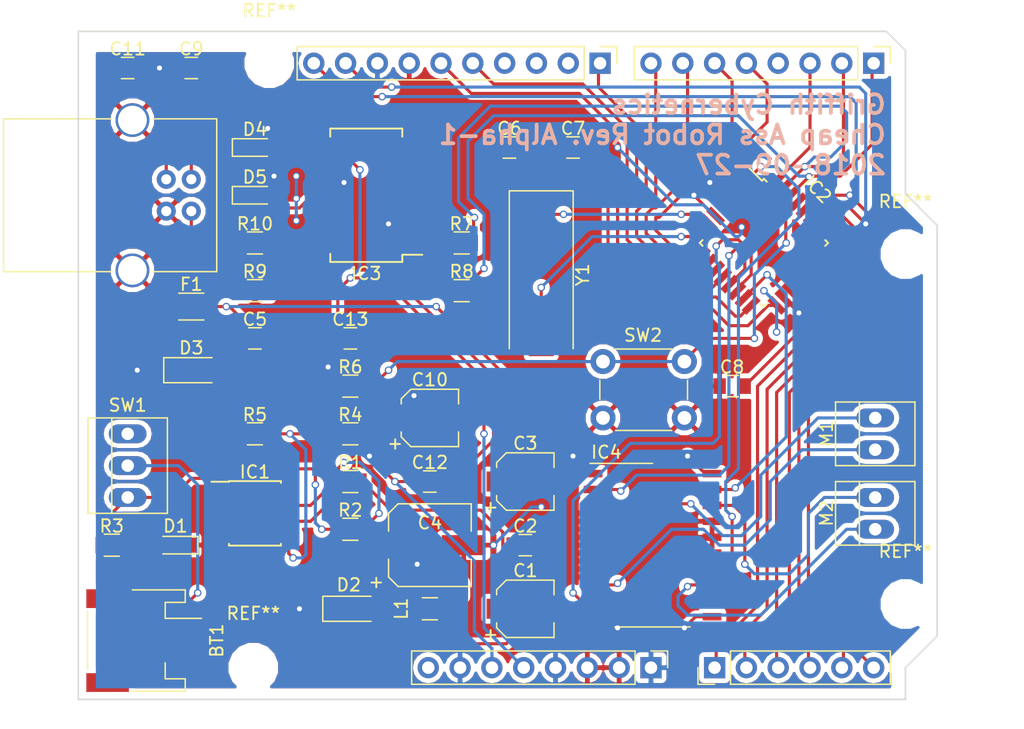
<source format=kicad_pcb>
(kicad_pcb (version 4) (host pcbnew 4.0.7)
  (layers (0 F.Cu signal) (31 B.Cu signal) (34 B.Paste user) (35 F.Paste user) (36 B.SilkS user) (37 F.SilkS user) (38 B.Mask user) (39 F.Mask user) (44 Edge.Cuts user))
  (net 0 "")
  (net 1 "Net-(BT1-Pad1)")
  (net 2 "Net-(BT1-Pad2)")
  (net 3 "Net-(C1-Pad1)")
  (net 4 "Net-(C3-Pad1)")
  (net 5 "Net-(C6-Pad1)")
  (net 6 "Net-(C10-Pad1)")
  (net 7 "Net-(D1-Pad2)")
  (net 8 "Net-(D2-Pad2)")
  (net 9 "Net-(D4-Pad1)")
  (net 10 "Net-(D5-Pad1)")
  (net 11 "Net-(F1-Pad1)")
  (net 12 "Net-(IC1-Pad5)")
  (net 13 "Net-(IC1-Pad7)")
  (net 14 "Net-(IC1-Pad8)")
  (net 15 "Net-(IC2-Pad1)")
  (net 16 "Net-(IC2-Pad2)")
  (net 17 "Net-(IC2-Pad9)")
  (net 18 "Net-(IC2-Pad10)")
  (net 19 "Net-(IC2-Pad11)")
  (net 20 "Net-(IC2-Pad12)")
  (net 21 "Net-(IC2-Pad13)")
  (net 22 "Net-(IC2-Pad14)")
  (net 23 "Net-(IC2-Pad15)")
  (net 24 "Net-(IC2-Pad16)")
  (net 25 "Net-(IC2-Pad17)")
  (net 26 "Net-(IC2-Pad19)")
  (net 27 "Net-(IC2-Pad22)")
  (net 28 "Net-(IC2-Pad26)")
  (net 29 "Net-(IC2-Pad27)")
  (net 30 "Net-(IC2-Pad28)")
  (net 31 "Net-(IC2-Pad30)")
  (net 32 "Net-(IC2-Pad31)")
  (net 33 "Net-(IC2-Pad32)")
  (net 34 "Net-(IC3-Pad1)")
  (net 35 "Net-(IC3-Pad3)")
  (net 36 "Net-(IC3-Pad5)")
  (net 37 "Net-(IC3-Pad6)")
  (net 38 "Net-(IC3-Pad8)")
  (net 39 "Net-(IC3-Pad9)")
  (net 40 "Net-(IC3-Pad10)")
  (net 41 "Net-(IC3-Pad11)")
  (net 42 "Net-(IC3-Pad12)")
  (net 43 "Net-(IC3-Pad13)")
  (net 44 "Net-(IC3-Pad14)")
  (net 45 "Net-(IC3-Pad15)")
  (net 46 "Net-(IC3-Pad16)")
  (net 47 "Net-(IC3-Pad19)")
  (net 48 "Net-(IC3-Pad22)")
  (net 49 "Net-(IC3-Pad23)")
  (net 50 "Net-(IC3-Pad24)")
  (net 51 "Net-(IC3-Pad27)")
  (net 52 "Net-(IC3-Pad28)")
  (net 53 "Net-(IC4-Pad3)")
  (net 54 "Net-(IC4-Pad8)")
  (net 55 "Net-(IC4-Pad13)")
  (net 56 "Net-(J2-Pad2)")
  (net 57 "Net-(J2-Pad3)")
  (net 58 "Net-(J2-Pad4)")
  (net 59 "Net-(J4-Pad8)")
  (net 60 "Net-(J5-Pad4)")
  (net 61 "Net-(C2-Pad2)")
  (net 62 "Net-(IC2-Pad23)")
  (net 63 "Net-(IC2-Pad24)")
  (net 64 "Net-(IC2-Pad25)")
  (net 65 "Net-(C7-Pad1)")
  (net 66 "Net-(C8-Pad1)")
  (net 67 "Net-(C12-Pad1)")
  (net 68 "Net-(C12-Pad2)")
  (net 69 "Net-(C13-Pad2)")
  (net 70 "Net-(IC4-Pad18)")
  (module Housings_QFP:TQFP-32_7x7mm_Pitch0.8mm (layer F.Cu) (at 170.18 77.47 315)
    (fp_text reference IC2 (at 0 -6.05 315) (layer F.SilkS))
    (fp_text value ATMEGA328P-AU-R)
    (pad 1 smd rect (at -4.25 -2.8 315) (size 1.6 0.55) (layers F.Cu F.Paste F.Mask) (net 15 "Net-(IC2-Pad1)"))
    (pad 2 smd rect (at -4.25 -2 315) (size 1.6 0.55) (layers F.Cu F.Paste F.Mask) (net 16 "Net-(IC2-Pad2)"))
    (pad 3 smd rect (at -4.25 -1.2 315) (size 1.6 0.55) (layers F.Cu F.Paste F.Mask) (net 2 "Net-(BT1-Pad2)"))
    (pad 4 smd rect (at -4.25 -0.4 315) (size 1.6 0.55) (layers F.Cu F.Paste F.Mask) (net 6 "Net-(C10-Pad1)"))
    (pad 5 smd rect (at -4.25 0.4 315) (size 1.6 0.55) (layers F.Cu F.Paste F.Mask) (net 2 "Net-(BT1-Pad2)"))
    (pad 6 smd rect (at -4.25 1.2 315) (size 1.6 0.55) (layers F.Cu F.Paste F.Mask) (net 6 "Net-(C10-Pad1)"))
    (pad 7 smd rect (at -4.25 2 315) (size 1.6 0.55) (layers F.Cu F.Paste F.Mask) (net 65 "Net-(C7-Pad1)"))
    (pad 8 smd rect (at -4.25 2.8 315) (size 1.6 0.55) (layers F.Cu F.Paste F.Mask) (net 5 "Net-(C6-Pad1)"))
    (pad 9 smd rect (at -2.8 4.25 45) (size 1.6 0.55) (layers F.Cu F.Paste F.Mask) (net 17 "Net-(IC2-Pad9)"))
    (pad 10 smd rect (at -2 4.25 45) (size 1.6 0.55) (layers F.Cu F.Paste F.Mask) (net 18 "Net-(IC2-Pad10)"))
    (pad 11 smd rect (at -1.2 4.25 45) (size 1.6 0.55) (layers F.Cu F.Paste F.Mask) (net 19 "Net-(IC2-Pad11)"))
    (pad 12 smd rect (at -0.4 4.25 45) (size 1.6 0.55) (layers F.Cu F.Paste F.Mask) (net 20 "Net-(IC2-Pad12)"))
    (pad 13 smd rect (at 0.4 4.25 45) (size 1.6 0.55) (layers F.Cu F.Paste F.Mask) (net 21 "Net-(IC2-Pad13)"))
    (pad 14 smd rect (at 1.2 4.25 45) (size 1.6 0.55) (layers F.Cu F.Paste F.Mask) (net 22 "Net-(IC2-Pad14)"))
    (pad 15 smd rect (at 2 4.25 45) (size 1.6 0.55) (layers F.Cu F.Paste F.Mask) (net 23 "Net-(IC2-Pad15)"))
    (pad 16 smd rect (at 2.8 4.25 45) (size 1.6 0.55) (layers F.Cu F.Paste F.Mask) (net 24 "Net-(IC2-Pad16)"))
    (pad 17 smd rect (at 4.25 2.8 315) (size 1.6 0.55) (layers F.Cu F.Paste F.Mask) (net 25 "Net-(IC2-Pad17)"))
    (pad 18 smd rect (at 4.25 2 315) (size 1.6 0.55) (layers F.Cu F.Paste F.Mask) (net 6 "Net-(C10-Pad1)"))
    (pad 19 smd rect (at 4.25 1.2 315) (size 1.6 0.55) (layers F.Cu F.Paste F.Mask) (net 26 "Net-(IC2-Pad19)"))
    (pad 20 smd rect (at 4.25 0.4 315) (size 1.6 0.55) (layers F.Cu F.Paste F.Mask) (net 66 "Net-(C8-Pad1)"))
    (pad 21 smd rect (at 4.25 -0.4 315) (size 1.6 0.55) (layers F.Cu F.Paste F.Mask) (net 2 "Net-(BT1-Pad2)"))
    (pad 22 smd rect (at 4.25 -1.2 315) (size 1.6 0.55) (layers F.Cu F.Paste F.Mask) (net 27 "Net-(IC2-Pad22)"))
    (pad 23 smd rect (at 4.25 -2 315) (size 1.6 0.55) (layers F.Cu F.Paste F.Mask) (net 62 "Net-(IC2-Pad23)"))
    (pad 24 smd rect (at 4.25 -2.8 315) (size 1.6 0.55) (layers F.Cu F.Paste F.Mask) (net 63 "Net-(IC2-Pad24)"))
    (pad 25 smd rect (at 2.8 -4.25 45) (size 1.6 0.55) (layers F.Cu F.Paste F.Mask) (net 64 "Net-(IC2-Pad25)"))
    (pad 26 smd rect (at 2 -4.25 45) (size 1.6 0.55) (layers F.Cu F.Paste F.Mask) (net 28 "Net-(IC2-Pad26)"))
    (pad 27 smd rect (at 1.2 -4.25 45) (size 1.6 0.55) (layers F.Cu F.Paste F.Mask) (net 29 "Net-(IC2-Pad27)"))
    (pad 28 smd rect (at 0.4 -4.25 45) (size 1.6 0.55) (layers F.Cu F.Paste F.Mask) (net 30 "Net-(IC2-Pad28)"))
    (pad 29 smd rect (at -0.4 -4.25 45) (size 1.6 0.55) (layers F.Cu F.Paste F.Mask) (net 67 "Net-(C12-Pad1)"))
    (pad 30 smd rect (at -1.2 -4.25 45) (size 1.6 0.55) (layers F.Cu F.Paste F.Mask) (net 31 "Net-(IC2-Pad30)"))
    (pad 31 smd rect (at -2 -4.25 45) (size 1.6 0.55) (layers F.Cu F.Paste F.Mask) (net 32 "Net-(IC2-Pad31)"))
    (pad 32 smd rect (at -2.8 -4.25 45) (size 1.6 0.55) (layers F.Cu F.Paste F.Mask) (net 33 "Net-(IC2-Pad32)"))
  )
  (module Connectors_JST:JST_PH_S2B-PH-SM4-TB_02x2.00mm_Angled (layer F.Cu) (at 120.65 109.22 270)
    (fp_text reference BT1 (at 0 -5.842 270) (layer F.SilkS))
    (fp_text value +3.7V)
    (pad 1 smd rect (at -1 -2.875 270) (size 1 3.5) (layers F.Cu F.Paste F.Mask) (net 1 "Net-(BT1-Pad1)"))
    (pad 2 smd rect (at 1 -2.875 270) (size 1 3.5) (layers F.Cu F.Paste F.Mask) (net 2 "Net-(BT1-Pad2)"))
    (pad "" smd rect (at -3.35 2.875 270) (size 1.5 3.4) (layers F.Cu F.Paste F.Mask))
    (pad "" smd rect (at 3.35 2.875 270) (size 1.5 3.4) (layers F.Cu F.Paste F.Mask))
  )
  (module Capacitors_SMD:C_0805 (layer F.Cu) (at 129.54 85.09 180)
    (fp_text reference C5 (at 0 1.524 180) (layer F.SilkS))
    (fp_text value 100nF)
    (pad 1 smd rect (at -1 0 180) (size 1 1.25) (layers F.Cu F.Paste F.Mask) (net 2 "Net-(BT1-Pad2)"))
    (pad 2 smd rect (at 1 0 180) (size 1 1.25) (layers F.Cu F.Paste F.Mask) (net 4 "Net-(C3-Pad1)"))
  )
  (module Capacitors_SMD:C_0805 (layer F.Cu) (at 167.64 88.9 180)
    (fp_text reference C8 (at 0 1.524 180) (layer F.SilkS))
    (fp_text value 100nF)
    (pad 1 smd rect (at -1 0 180) (size 1 1.25) (layers F.Cu F.Paste F.Mask) (net 66 "Net-(C8-Pad1)"))
    (pad 2 smd rect (at 1 0 180) (size 1 1.25) (layers F.Cu F.Paste F.Mask) (net 2 "Net-(BT1-Pad2)"))
  )
  (module Capacitors_SMD:C_0805 (layer F.Cu) (at 124.46 63.5)
    (fp_text reference C9 (at 0 -1.524) (layer F.SilkS))
    (fp_text value 1uF)
    (pad 1 smd rect (at -1 0) (size 1 1.25) (layers F.Cu F.Paste F.Mask) (net 6 "Net-(C10-Pad1)"))
    (pad 2 smd rect (at 1 0) (size 1 1.25) (layers F.Cu F.Paste F.Mask) (net 2 "Net-(BT1-Pad2)"))
  )
  (module Capacitors_SMD:C_0805 (layer F.Cu) (at 119.38 63.5 180)
    (fp_text reference C11 (at 0 1.524 180) (layer F.SilkS))
    (fp_text value 1uF)
    (pad 1 smd rect (at -1 0 180) (size 1 1.25) (layers F.Cu F.Paste F.Mask) (net 6 "Net-(C10-Pad1)"))
    (pad 2 smd rect (at 1 0 180) (size 1 1.25) (layers F.Cu F.Paste F.Mask) (net 2 "Net-(BT1-Pad2)"))
  )
  (module Capacitors_SMD:C_0805 (layer F.Cu) (at 143.51 96.52)
    (fp_text reference C12 (at 0 -1.524) (layer F.SilkS))
    (fp_text value 100nF)
    (pad 1 smd rect (at -1 0) (size 1 1.25) (layers F.Cu F.Paste F.Mask) (net 67 "Net-(C12-Pad1)"))
    (pad 2 smd rect (at 1 0) (size 1 1.25) (layers F.Cu F.Paste F.Mask) (net 68 "Net-(C12-Pad2)"))
  )
  (module Capacitors_SMD:C_0805 (layer F.Cu) (at 137.16 85.09 180)
    (fp_text reference C13 (at 0 1.524 180) (layer F.SilkS))
    (fp_text value 100nF)
    (pad 1 smd rect (at -1 0 180) (size 1 1.25) (layers F.Cu F.Paste F.Mask) (net 2 "Net-(BT1-Pad2)"))
    (pad 2 smd rect (at 1 0 180) (size 1 1.25) (layers F.Cu F.Paste F.Mask) (net 69 "Net-(C13-Pad2)"))
  )
  (module LEDs:LED_0805 (layer F.Cu) (at 123.19 101.6 180)
    (fp_text reference D1 (at 0 1.524 180) (layer F.SilkS))
    (fp_text value PWR)
    (pad 2 smd rect (at 1.1 0) (size 1.2 1.2) (layers F.Cu F.Paste F.Mask) (net 7 "Net-(D1-Pad2)"))
    (pad 1 smd rect (at -1.1 0) (size 1.2 1.2) (layers F.Cu F.Paste F.Mask) (net 2 "Net-(BT1-Pad2)"))
  )
  (module LEDs:LED_0805 (layer F.Cu) (at 129.54 69.85)
    (fp_text reference D4 (at 0 -1.45) (layer F.SilkS))
    (fp_text value "RX RED")
    (pad 2 smd rect (at 1.1 0 180) (size 1.2 1.2) (layers F.Cu F.Paste F.Mask) (net 6 "Net-(C10-Pad1)"))
    (pad 1 smd rect (at -1.1 0 180) (size 1.2 1.2) (layers F.Cu F.Paste F.Mask) (net 9 "Net-(D4-Pad1)"))
  )
  (module LEDs:LED_0805 (layer F.Cu) (at 129.54 73.66)
    (fp_text reference D5 (at 0 -1.45) (layer F.SilkS))
    (fp_text value "TX GREEN")
    (pad 2 smd rect (at 1.1 0 180) (size 1.2 1.2) (layers F.Cu F.Paste F.Mask) (net 6 "Net-(C10-Pad1)"))
    (pad 1 smd rect (at -1.1 0 180) (size 1.2 1.2) (layers F.Cu F.Paste F.Mask) (net 10 "Net-(D5-Pad1)"))
  )
  (module Resistors_SMD:R_1206 (layer F.Cu) (at 124.46 82.55)
    (fp_text reference F1 (at 0 -1.778) (layer F.SilkS))
    (fp_text value "MF-MSMF050-2 500mA")
    (pad 1 smd rect (at -1.45 0) (size 0.9 1.7) (layers F.Cu F.Paste F.Mask) (net 11 "Net-(F1-Pad1)"))
    (pad 2 smd rect (at 1.45 0) (size 0.9 1.7) (layers F.Cu F.Paste F.Mask) (net 4 "Net-(C3-Pad1)"))
  )
  (module Housings_SOIC:SOIC-8_3.9x4.9mm_Pitch1.27mm (layer F.Cu) (at 129.54 99.06)
    (fp_text reference IC1 (at 0 -3.302) (layer F.SilkS))
    (fp_text value MC34063A)
    (pad 1 smd rect (at -2.7 -1.905) (size 1.55 0.6) (layers F.Cu F.Paste F.Mask) (net 8 "Net-(D2-Pad2)"))
    (pad 2 smd rect (at -2.7 -0.635) (size 1.55 0.6) (layers F.Cu F.Paste F.Mask) (net 2 "Net-(BT1-Pad2)"))
    (pad 3 smd rect (at -2.7 0.635) (size 1.55 0.6) (layers F.Cu F.Paste F.Mask) (net 61 "Net-(C2-Pad2)"))
    (pad 4 smd rect (at -2.7 1.905) (size 1.55 0.6) (layers F.Cu F.Paste F.Mask) (net 2 "Net-(BT1-Pad2)"))
    (pad 5 smd rect (at 2.7 1.905) (size 1.55 0.6) (layers F.Cu F.Paste F.Mask) (net 12 "Net-(IC1-Pad5)"))
    (pad 6 smd rect (at 2.7 0.635) (size 1.55 0.6) (layers F.Cu F.Paste F.Mask) (net 3 "Net-(C1-Pad1)"))
    (pad 7 smd rect (at 2.7 -0.635) (size 1.55 0.6) (layers F.Cu F.Paste F.Mask) (net 13 "Net-(IC1-Pad7)"))
    (pad 8 smd rect (at 2.7 -1.905) (size 1.55 0.6) (layers F.Cu F.Paste F.Mask) (net 14 "Net-(IC1-Pad8)"))
  )
  (module Housings_SSOP:SSOP-28_5.3x10.2mm_Pitch0.65mm (layer F.Cu) (at 138.43 73.66 180)
    (fp_text reference IC3 (at 0 -6.25 180) (layer F.SilkS))
    (fp_text value FT232RL)
    (pad 1 smd rect (at -3.6 -4.225 180) (size 1.75 0.45) (layers F.Cu F.Paste F.Mask) (net 34 "Net-(IC3-Pad1)"))
    (pad 2 smd rect (at -3.6 -3.575 180) (size 1.75 0.45) (layers F.Cu F.Paste F.Mask) (net 68 "Net-(C12-Pad2)"))
    (pad 3 smd rect (at -3.6 -2.925 180) (size 1.75 0.45) (layers F.Cu F.Paste F.Mask) (net 35 "Net-(IC3-Pad3)"))
    (pad 4 smd rect (at -3.6 -2.275 180) (size 1.75 0.45) (layers F.Cu F.Paste F.Mask) (net 6 "Net-(C10-Pad1)"))
    (pad 5 smd rect (at -3.6 -1.625 180) (size 1.75 0.45) (layers F.Cu F.Paste F.Mask) (net 36 "Net-(IC3-Pad5)"))
    (pad 6 smd rect (at -3.6 -0.975 180) (size 1.75 0.45) (layers F.Cu F.Paste F.Mask) (net 37 "Net-(IC3-Pad6)"))
    (pad 7 smd rect (at -3.6 -0.325 180) (size 1.75 0.45) (layers F.Cu F.Paste F.Mask) (net 2 "Net-(BT1-Pad2)"))
    (pad 8 smd rect (at -3.6 0.325 180) (size 1.75 0.45) (layers F.Cu F.Paste F.Mask) (net 38 "Net-(IC3-Pad8)"))
    (pad 9 smd rect (at -3.6 0.975 180) (size 1.75 0.45) (layers F.Cu F.Paste F.Mask) (net 39 "Net-(IC3-Pad9)"))
    (pad 10 smd rect (at -3.6 1.625 180) (size 1.75 0.45) (layers F.Cu F.Paste F.Mask) (net 40 "Net-(IC3-Pad10)"))
    (pad 11 smd rect (at -3.6 2.275 180) (size 1.75 0.45) (layers F.Cu F.Paste F.Mask) (net 41 "Net-(IC3-Pad11)"))
    (pad 12 smd rect (at -3.6 2.925 180) (size 1.75 0.45) (layers F.Cu F.Paste F.Mask) (net 42 "Net-(IC3-Pad12)"))
    (pad 13 smd rect (at -3.6 3.575 180) (size 1.75 0.45) (layers F.Cu F.Paste F.Mask) (net 43 "Net-(IC3-Pad13)"))
    (pad 14 smd rect (at -3.6 4.225 180) (size 1.75 0.45) (layers F.Cu F.Paste F.Mask) (net 44 "Net-(IC3-Pad14)"))
    (pad 15 smd rect (at 3.6 4.225 180) (size 1.75 0.45) (layers F.Cu F.Paste F.Mask) (net 45 "Net-(IC3-Pad15)"))
    (pad 16 smd rect (at 3.6 3.575 180) (size 1.75 0.45) (layers F.Cu F.Paste F.Mask) (net 46 "Net-(IC3-Pad16)"))
    (pad 17 smd rect (at 3.6 2.925 180) (size 1.75 0.45) (layers F.Cu F.Paste F.Mask) (net 69 "Net-(C13-Pad2)"))
    (pad 18 smd rect (at 3.6 2.275 180) (size 1.75 0.45) (layers F.Cu F.Paste F.Mask) (net 2 "Net-(BT1-Pad2)"))
    (pad 19 smd rect (at 3.6 1.625 180) (size 1.75 0.45) (layers F.Cu F.Paste F.Mask) (net 47 "Net-(IC3-Pad19)"))
    (pad 20 smd rect (at 3.6 0.975 180) (size 1.75 0.45) (layers F.Cu F.Paste F.Mask) (net 6 "Net-(C10-Pad1)"))
    (pad 21 smd rect (at 3.6 0.325 180) (size 1.75 0.45) (layers F.Cu F.Paste F.Mask) (net 2 "Net-(BT1-Pad2)"))
    (pad 22 smd rect (at 3.6 -0.325 180) (size 1.75 0.45) (layers F.Cu F.Paste F.Mask) (net 48 "Net-(IC3-Pad22)"))
    (pad 23 smd rect (at 3.6 -0.975 180) (size 1.75 0.45) (layers F.Cu F.Paste F.Mask) (net 49 "Net-(IC3-Pad23)"))
    (pad 24 smd rect (at 3.6 -1.625 180) (size 1.75 0.45) (layers F.Cu F.Paste F.Mask) (net 50 "Net-(IC3-Pad24)"))
    (pad 25 smd rect (at 3.6 -2.275 180) (size 1.75 0.45) (layers F.Cu F.Paste F.Mask) (net 2 "Net-(BT1-Pad2)"))
    (pad 26 smd rect (at 3.6 -2.925 180) (size 1.75 0.45) (layers F.Cu F.Paste F.Mask) (net 2 "Net-(BT1-Pad2)"))
    (pad 27 smd rect (at 3.6 -3.575 180) (size 1.75 0.45) (layers F.Cu F.Paste F.Mask) (net 51 "Net-(IC3-Pad27)"))
    (pad 28 smd rect (at 3.6 -4.225 180) (size 1.75 0.45) (layers F.Cu F.Paste F.Mask) (net 52 "Net-(IC3-Pad28)"))
  )
  (module Housings_SOIC:SO-20_12.8x7.5mm_Pitch1.27mm (layer F.Cu) (at 161.29 101.6)
    (fp_text reference IC4 (at -3.69 -7.42) (layer F.SilkS))
    (fp_text value L293DD)
    (pad 6 smd rect (at -4.75 0.635) (size 1.5 0.6) (layers F.Cu F.Paste F.Mask) (net 2 "Net-(BT1-Pad2)"))
    (pad 5 smd rect (at -4.75 -0.635) (size 1.5 0.6) (layers F.Cu F.Paste F.Mask) (net 2 "Net-(BT1-Pad2)"))
    (pad 4 smd rect (at -4.75 -1.905) (size 1.5 0.6) (layers F.Cu F.Paste F.Mask) (net 2 "Net-(BT1-Pad2)"))
    (pad 3 smd rect (at -4.75 -3.175) (size 1.5 0.6) (layers F.Cu F.Paste F.Mask) (net 53 "Net-(IC4-Pad3)"))
    (pad 2 smd rect (at -4.75 -4.445) (size 1.5 0.6) (layers F.Cu F.Paste F.Mask) (net 21 "Net-(IC2-Pad13)"))
    (pad 1 smd rect (at -4.75 -5.715) (size 1.5 0.6) (layers F.Cu F.Paste F.Mask) (net 6 "Net-(C10-Pad1)"))
    (pad 7 smd rect (at -4.75 1.905) (size 1.5 0.6) (layers F.Cu F.Paste F.Mask) (net 2 "Net-(BT1-Pad2)"))
    (pad 8 smd rect (at -4.75 3.175) (size 1.5 0.6) (layers F.Cu F.Paste F.Mask) (net 54 "Net-(IC4-Pad8)"))
    (pad 9 smd rect (at -4.75 4.445) (size 1.5 0.6) (layers F.Cu F.Paste F.Mask) (net 22 "Net-(IC2-Pad14)"))
    (pad 10 smd rect (at -4.75 5.715) (size 1.5 0.6) (layers F.Cu F.Paste F.Mask) (net 6 "Net-(C10-Pad1)"))
    (pad 11 smd rect (at 4.75 5.715) (size 1.5 0.6) (layers F.Cu F.Paste F.Mask) (net 6 "Net-(C10-Pad1)"))
    (pad 12 smd rect (at 4.75 4.445) (size 1.5 0.6) (layers F.Cu F.Paste F.Mask) (net 15 "Net-(IC2-Pad1)"))
    (pad 13 smd rect (at 4.75 3.175) (size 1.5 0.6) (layers F.Cu F.Paste F.Mask) (net 55 "Net-(IC4-Pad13)"))
    (pad 14 smd rect (at 4.75 1.905) (size 1.5 0.6) (layers F.Cu F.Paste F.Mask) (net 2 "Net-(BT1-Pad2)"))
    (pad 15 smd rect (at 4.75 0.635) (size 1.5 0.6) (layers F.Cu F.Paste F.Mask) (net 2 "Net-(BT1-Pad2)"))
    (pad 16 smd rect (at 4.75 -0.635) (size 1.5 0.6) (layers F.Cu F.Paste F.Mask) (net 2 "Net-(BT1-Pad2)"))
    (pad 17 smd rect (at 4.75 -1.905) (size 1.5 0.6) (layers F.Cu F.Paste F.Mask) (net 2 "Net-(BT1-Pad2)"))
    (pad 18 smd rect (at 4.75 -3.175) (size 1.5 0.6) (layers F.Cu F.Paste F.Mask) (net 70 "Net-(IC4-Pad18)"))
    (pad 19 smd rect (at 4.75 -4.445) (size 1.5 0.6) (layers F.Cu F.Paste F.Mask) (net 23 "Net-(IC2-Pad15)"))
    (pad 20 smd rect (at 4.75 -5.715) (size 1.5 0.6) (layers F.Cu F.Paste F.Mask) (net 6 "Net-(C10-Pad1)"))
  )
  (module Connectors:USB_B (layer F.Cu) (at 124.46 74.93 180)
    (fp_text reference J1 hide)
    (fp_text value USB_B)
    (pad 2 thru_hole circle (at 0 2.54 90) (size 1.52 1.52) (drill 0.81) (layers *.Cu *.Mask) (net 46 "Net-(IC3-Pad16)"))
    (pad 1 thru_hole circle (at 0 0 90) (size 1.52 1.52) (drill 0.81) (layers *.Cu *.Mask) (net 11 "Net-(F1-Pad1)"))
    (pad 4 thru_hole circle (at 2 0 90) (size 1.52 1.52) (drill 0.81) (layers *.Cu *.Mask) (net 2 "Net-(BT1-Pad2)"))
    (pad 3 thru_hole circle (at 2 2.54 90) (size 1.52 1.52) (drill 0.81) (layers *.Cu *.Mask) (net 45 "Net-(IC3-Pad15)"))
    (pad 5 thru_hole circle (at 4.7 7.27 90) (size 2.7 2.7) (drill 2.3) (layers *.Cu *.Mask) (net 2 "Net-(BT1-Pad2)"))
    (pad 5 thru_hole circle (at 4.7 -4.73 90) (size 2.7 2.7) (drill 2.3) (layers *.Cu *.Mask) (net 2 "Net-(BT1-Pad2)"))
  )
  (module Pin_Headers:Pin_Header_Straight_1x10_Pitch2.54mm (layer F.Cu) (at 157.099 63.119 270)
    (fp_text reference J2 hide)
    (fp_text value "DIGITAL 2")
    (pad 1 thru_hole rect (at 0 0 270) (size 1.7 1.7) (drill 1) (layers *.Cu *.Mask) (net 20 "Net-(IC2-Pad12)"))
    (pad 2 thru_hole oval (at 0 2.54 270) (size 1.7 1.7) (drill 1) (layers *.Cu *.Mask) (net 56 "Net-(J2-Pad2)"))
    (pad 3 thru_hole oval (at 0 5.08 270) (size 1.7 1.7) (drill 1) (layers *.Cu *.Mask) (net 57 "Net-(J2-Pad3)"))
    (pad 4 thru_hole oval (at 0 7.62 270) (size 1.7 1.7) (drill 1) (layers *.Cu *.Mask) (net 58 "Net-(J2-Pad4)"))
    (pad 5 thru_hole oval (at 0 10.16 270) (size 1.7 1.7) (drill 1) (layers *.Cu *.Mask) (net 24 "Net-(IC2-Pad16)"))
    (pad 6 thru_hole oval (at 0 12.7 270) (size 1.7 1.7) (drill 1) (layers *.Cu *.Mask) (net 25 "Net-(IC2-Pad17)"))
    (pad 7 thru_hole oval (at 0 15.24 270) (size 1.7 1.7) (drill 1) (layers *.Cu *.Mask) (net 2 "Net-(BT1-Pad2)"))
    (pad 8 thru_hole oval (at 0 17.78 270) (size 1.7 1.7) (drill 1) (layers *.Cu *.Mask) (net 6 "Net-(C10-Pad1)"))
    (pad 9 thru_hole oval (at 0 20.32 270) (size 1.7 1.7) (drill 1) (layers *.Cu *.Mask) (net 29 "Net-(IC2-Pad27)"))
    (pad 10 thru_hole oval (at 0 22.86 270) (size 1.7 1.7) (drill 1) (layers *.Cu *.Mask) (net 30 "Net-(IC2-Pad28)"))
  )
  (module Pin_Headers:Pin_Header_Straight_1x06_Pitch2.54mm (layer F.Cu) (at 166.243 111.379 90)
    (fp_text reference J3 hide)
    (fp_text value "ANALOG IN")
    (pad 1 thru_hole rect (at 0 0 90) (size 1.7 1.7) (drill 1) (layers *.Cu *.Mask) (net 62 "Net-(IC2-Pad23)"))
    (pad 2 thru_hole oval (at 0 2.54 90) (size 1.7 1.7) (drill 1) (layers *.Cu *.Mask) (net 63 "Net-(IC2-Pad24)"))
    (pad 3 thru_hole oval (at 0 5.08 90) (size 1.7 1.7) (drill 1) (layers *.Cu *.Mask) (net 64 "Net-(IC2-Pad25)"))
    (pad 4 thru_hole oval (at 0 7.62 90) (size 1.7 1.7) (drill 1) (layers *.Cu *.Mask) (net 28 "Net-(IC2-Pad26)"))
    (pad 5 thru_hole oval (at 0 10.16 90) (size 1.7 1.7) (drill 1) (layers *.Cu *.Mask) (net 29 "Net-(IC2-Pad27)"))
    (pad 6 thru_hole oval (at 0 12.7 90) (size 1.7 1.7) (drill 1) (layers *.Cu *.Mask) (net 30 "Net-(IC2-Pad28)"))
  )
  (module Pin_Headers:Pin_Header_Straight_1x08_Pitch2.54mm (layer F.Cu) (at 161.163 111.379 270)
    (fp_text reference J4 hide)
    (fp_text value POWER)
    (pad 1 thru_hole rect (at 0 0 270) (size 1.7 1.7) (drill 1) (layers *.Cu *.Mask) (net 6 "Net-(C10-Pad1)"))
    (pad 2 thru_hole oval (at 0 2.54 270) (size 1.7 1.7) (drill 1) (layers *.Cu *.Mask) (net 2 "Net-(BT1-Pad2)"))
    (pad 3 thru_hole oval (at 0 5.08 270) (size 1.7 1.7) (drill 1) (layers *.Cu *.Mask) (net 2 "Net-(BT1-Pad2)"))
    (pad 4 thru_hole oval (at 0 7.62 270) (size 1.7 1.7) (drill 1) (layers *.Cu *.Mask) (net 6 "Net-(C10-Pad1)"))
    (pad 5 thru_hole oval (at 0 10.16 270) (size 1.7 1.7) (drill 1) (layers *.Cu *.Mask) (net 69 "Net-(C13-Pad2)"))
    (pad 6 thru_hole oval (at 0 12.7 270) (size 1.7 1.7) (drill 1) (layers *.Cu *.Mask) (net 67 "Net-(C12-Pad1)"))
    (pad 7 thru_hole oval (at 0 15.24 270) (size 1.7 1.7) (drill 1) (layers *.Cu *.Mask) (net 6 "Net-(C10-Pad1)"))
    (pad 8 thru_hole oval (at 0 17.78 270) (size 1.7 1.7) (drill 1) (layers *.Cu *.Mask) (net 59 "Net-(J4-Pad8)"))
  )
  (module Pin_Headers:Pin_Header_Straight_1x08_Pitch2.54mm (layer F.Cu) (at 178.943 63.119 270)
    (fp_text reference J5 hide)
    (fp_text value "DIGITAL 1")
    (pad 1 thru_hole rect (at 0 0 270) (size 1.7 1.7) (drill 1) (layers *.Cu *.Mask) (net 31 "Net-(IC2-Pad30)"))
    (pad 2 thru_hole oval (at 0 2.54 270) (size 1.7 1.7) (drill 1) (layers *.Cu *.Mask) (net 32 "Net-(IC2-Pad31)"))
    (pad 3 thru_hole oval (at 0 5.08 270) (size 1.7 1.7) (drill 1) (layers *.Cu *.Mask) (net 33 "Net-(IC2-Pad32)"))
    (pad 4 thru_hole oval (at 0 7.62 270) (size 1.7 1.7) (drill 1) (layers *.Cu *.Mask) (net 60 "Net-(J5-Pad4)"))
    (pad 5 thru_hole oval (at 0 10.16 270) (size 1.7 1.7) (drill 1) (layers *.Cu *.Mask) (net 16 "Net-(IC2-Pad2)"))
    (pad 6 thru_hole oval (at 0 12.7 270) (size 1.7 1.7) (drill 1) (layers *.Cu *.Mask) (net 17 "Net-(IC2-Pad9)"))
    (pad 7 thru_hole oval (at 0 15.24 270) (size 1.7 1.7) (drill 1) (layers *.Cu *.Mask) (net 18 "Net-(IC2-Pad10)"))
    (pad 8 thru_hole oval (at 0 17.78 270) (size 1.7 1.7) (drill 1) (layers *.Cu *.Mask) (net 19 "Net-(IC2-Pad11)"))
  )
  (module Connectors:PINHEAD1-2 (layer F.Cu) (at 179.07 93.98 90)
    (fp_text reference M1 (at 1.27 -3.9 90) (layer F.SilkS))
    (fp_text value Motor_DC)
    (pad 1 thru_hole oval (at 0 0 90) (size 1.51 3.01) (drill 1) (layers *.Cu *.Mask) (net 54 "Net-(IC4-Pad8)"))
    (pad 2 thru_hole oval (at 2.54 0 90) (size 1.51 3.01) (drill 1) (layers *.Cu *.Mask) (net 53 "Net-(IC4-Pad3)"))
  )
  (module Connectors:PINHEAD1-2 (layer F.Cu) (at 179.07 100.33 90)
    (fp_text reference M2 (at 1.27 -3.9 90) (layer F.SilkS))
    (fp_text value Motor_DC)
    (pad 1 thru_hole oval (at 0 0 90) (size 1.51 3.01) (drill 1) (layers *.Cu *.Mask) (net 55 "Net-(IC4-Pad13)"))
    (pad 2 thru_hole oval (at 2.54 0 90) (size 1.51 3.01) (drill 1) (layers *.Cu *.Mask) (net 70 "Net-(IC4-Pad18)"))
  )
  (module Resistors_SMD:R_0805 (layer F.Cu) (at 137.16 96.52 180)
    (fp_text reference R1 (at 0 1.524 180) (layer F.SilkS))
    (fp_text value R)
    (pad 1 smd rect (at -0.95 0 180) (size 0.7 1.3) (layers F.Cu F.Paste F.Mask) (net 3 "Net-(C1-Pad1)"))
    (pad 2 smd rect (at 0.95 0 180) (size 0.7 1.3) (layers F.Cu F.Paste F.Mask) (net 13 "Net-(IC1-Pad7)"))
  )
  (module Resistors_SMD:R_0805 (layer F.Cu) (at 137.16 100.33 180)
    (fp_text reference R2 (at 0 1.524 180) (layer F.SilkS))
    (fp_text value R)
    (pad 1 smd rect (at -0.95 0 180) (size 0.7 1.3) (layers F.Cu F.Paste F.Mask) (net 13 "Net-(IC1-Pad7)"))
    (pad 2 smd rect (at 0.95 0 180) (size 0.7 1.3) (layers F.Cu F.Paste F.Mask) (net 14 "Net-(IC1-Pad8)"))
  )
  (module Resistors_SMD:R_0805 (layer F.Cu) (at 118.11 101.6)
    (fp_text reference R3 (at 0 -1.524) (layer F.SilkS))
    (fp_text value 330)
    (pad 1 smd rect (at -0.95 0) (size 0.7 1.3) (layers F.Cu F.Paste F.Mask) (net 3 "Net-(C1-Pad1)"))
    (pad 2 smd rect (at 0.95 0) (size 0.7 1.3) (layers F.Cu F.Paste F.Mask) (net 7 "Net-(D1-Pad2)"))
  )
  (module Resistors_SMD:R_0805 (layer F.Cu) (at 137.16 92.71)
    (fp_text reference R4 (at 0 -1.524) (layer F.SilkS))
    (fp_text value R)
    (pad 1 smd rect (at -0.95 0) (size 0.7 1.3) (layers F.Cu F.Paste F.Mask) (net 12 "Net-(IC1-Pad5)"))
    (pad 2 smd rect (at 0.95 0) (size 0.7 1.3) (layers F.Cu F.Paste F.Mask) (net 6 "Net-(C10-Pad1)"))
  )
  (module Resistors_SMD:R_0805 (layer F.Cu) (at 129.54 92.71 180)
    (fp_text reference R5 (at 0 1.524 180) (layer F.SilkS))
    (fp_text value R)
    (pad 1 smd rect (at -0.95 0 180) (size 0.7 1.3) (layers F.Cu F.Paste F.Mask) (net 12 "Net-(IC1-Pad5)"))
    (pad 2 smd rect (at 0.95 0 180) (size 0.7 1.3) (layers F.Cu F.Paste F.Mask) (net 2 "Net-(BT1-Pad2)"))
  )
  (module Resistors_SMD:R_0805 (layer F.Cu) (at 137.16 88.9 180)
    (fp_text reference R6 (at 0 1.524 180) (layer F.SilkS))
    (fp_text value 1K)
    (pad 1 smd rect (at -0.95 0 180) (size 0.7 1.3) (layers F.Cu F.Paste F.Mask) (net 67 "Net-(C12-Pad1)"))
    (pad 2 smd rect (at 0.95 0 180) (size 0.7 1.3) (layers F.Cu F.Paste F.Mask) (net 6 "Net-(C10-Pad1)"))
  )
  (module Resistors_SMD:R_0805 (layer F.Cu) (at 146.05 77.47)
    (fp_text reference R7 (at 0 -1.524) (layer F.SilkS))
    (fp_text value 1K)
    (pad 1 smd rect (at -0.95 0) (size 0.7 1.3) (layers F.Cu F.Paste F.Mask) (net 36 "Net-(IC3-Pad5)"))
    (pad 2 smd rect (at 0.95 0) (size 0.7 1.3) (layers F.Cu F.Paste F.Mask) (net 32 "Net-(IC2-Pad31)"))
  )
  (module Resistors_SMD:R_0805 (layer F.Cu) (at 146.05 81.28)
    (fp_text reference R8 (at 0 -1.524) (layer F.SilkS))
    (fp_text value 1K)
    (pad 1 smd rect (at -0.95 0) (size 0.7 1.3) (layers F.Cu F.Paste F.Mask) (net 34 "Net-(IC3-Pad1)"))
    (pad 2 smd rect (at 0.95 0) (size 0.7 1.3) (layers F.Cu F.Paste F.Mask) (net 31 "Net-(IC2-Pad30)"))
  )
  (module Resistors_SMD:R_0805 (layer F.Cu) (at 129.54 81.28 180)
    (fp_text reference R9 (at 0 1.524 180) (layer F.SilkS))
    (fp_text value 1K)
    (pad 1 smd rect (at -0.95 0 180) (size 0.7 1.3) (layers F.Cu F.Paste F.Mask) (net 49 "Net-(IC3-Pad23)"))
    (pad 2 smd rect (at 0.95 0 180) (size 0.7 1.3) (layers F.Cu F.Paste F.Mask) (net 9 "Net-(D4-Pad1)"))
  )
  (module Resistors_SMD:R_0805 (layer F.Cu) (at 129.54 77.47 180)
    (fp_text reference R10 (at 0 1.524 180) (layer F.SilkS))
    (fp_text value 1K)
    (pad 1 smd rect (at -0.95 0 180) (size 0.7 1.3) (layers F.Cu F.Paste F.Mask) (net 48 "Net-(IC3-Pad22)"))
    (pad 2 smd rect (at 0.95 0 180) (size 0.7 1.3) (layers F.Cu F.Paste F.Mask) (net 10 "Net-(D5-Pad1)"))
  )
  (module Connectors:PINHEAD1-3 (layer F.Cu) (at 119.38 97.79 90)
    (fp_text reference SW1 (at 7.366 0 180) (layer F.SilkS))
    (fp_text value PWR)
    (pad 1 thru_hole oval (at 0 0 90) (size 1.51 3.01) (drill 1) (layers *.Cu *.Mask) (net 3 "Net-(C1-Pad1)"))
    (pad 2 thru_hole oval (at 2.54 0 90) (size 1.51 3.01) (drill 1) (layers *.Cu *.Mask) (net 1 "Net-(BT1-Pad1)"))
    (pad 3 thru_hole oval (at 5.08 0 90) (size 1.51 3.01) (drill 1) (layers *.Cu *.Mask))
  )
  (module Buttons_Switches_THT:SW_PUSH_6mm (layer F.Cu) (at 163.83 91.44 180)
    (fp_text reference SW2 (at 3.302 6.604 180) (layer F.SilkS))
    (fp_text value "RESET SW")
    (pad 2 thru_hole circle (at 0 4.5 270) (size 2 2) (drill 1.1) (layers *.Cu *.Mask) (net 67 "Net-(C12-Pad1)"))
    (pad 1 thru_hole circle (at 0 0 270) (size 2 2) (drill 1.1) (layers *.Cu *.Mask) (net 2 "Net-(BT1-Pad2)"))
    (pad 2 thru_hole circle (at 6.5 4.5 270) (size 2 2) (drill 1.1) (layers *.Cu *.Mask) (net 67 "Net-(C12-Pad1)"))
    (pad 1 thru_hole circle (at 6.5 0 270) (size 2 2) (drill 1.1) (layers *.Cu *.Mask) (net 2 "Net-(BT1-Pad2)"))
  )
  (module Crystals:Crystal_SMD_HC49-SD (layer F.Cu) (at 152.4 80.01 270)
    (fp_text reference Y1 (at 0 -3.302 270) (layer F.SilkS))
    (fp_text value 16MHz)
    (pad 1 smd rect (at -4.25 0 270) (size 4.5 2) (layers F.Cu F.Paste F.Mask) (net 65 "Net-(C7-Pad1)"))
    (pad 2 smd rect (at 4.25 0 270) (size 4.5 2) (layers F.Cu F.Paste F.Mask) (net 5 "Net-(C6-Pad1)"))
  )
  (module Capacitors_SMD:CP_Elec_4x5.7 (layer F.Cu) (at 151.13 106.68)
    (fp_text reference C1 (at 0 -3.048) (layer F.SilkS))
    (fp_text value CP)
    (fp_text user + (at -2.77 2.01) (layer F.SilkS))
    (pad 1 smd rect (at -1.8 0 180) (size 2.6 1.6) (layers F.Cu F.Paste F.Mask) (net 3 "Net-(C1-Pad1)"))
    (pad 2 smd rect (at 1.8 0 180) (size 2.6 1.6) (layers F.Cu F.Paste F.Mask) (net 2 "Net-(BT1-Pad2)"))
  )
  (module Capacitors_SMD:CP_Elec_4x5.7 (layer F.Cu) (at 151.13 96.52)
    (fp_text reference C3 (at 0 -3.048) (layer F.SilkS))
    (fp_text value "4.7uF 16V")
    (fp_text user + (at -2.77 2.01) (layer F.SilkS))
    (pad 1 smd rect (at -1.8 0 180) (size 2.6 1.6) (layers F.Cu F.Paste F.Mask) (net 4 "Net-(C3-Pad1)"))
    (pad 2 smd rect (at 1.8 0 180) (size 2.6 1.6) (layers F.Cu F.Paste F.Mask) (net 2 "Net-(BT1-Pad2)"))
  )
  (module Capacitors_SMD:CP_Elec_4x5.7 (layer F.Cu) (at 143.51 91.44)
    (fp_text reference C10 (at 0 -3.048) (layer F.SilkS))
    (fp_text value "4.7uF 16V")
    (fp_text user + (at -2.77 2.01) (layer F.SilkS))
    (pad 1 smd rect (at -1.8 0 180) (size 2.6 1.6) (layers F.Cu F.Paste F.Mask) (net 6 "Net-(C10-Pad1)"))
    (pad 2 smd rect (at 1.8 0 180) (size 2.6 1.6) (layers F.Cu F.Paste F.Mask) (net 2 "Net-(BT1-Pad2)"))
  )
  (module Capacitors_SMD:C_0805 (layer F.Cu) (at 151.13 101.6 180)
    (fp_text reference C2 (at 0 1.524 180) (layer F.SilkS))
    (fp_text value C)
    (pad 1 smd rect (at -1 0 180) (size 1 1.25) (layers F.Cu F.Paste F.Mask) (net 2 "Net-(BT1-Pad2)"))
    (pad 2 smd rect (at 1 0 180) (size 1 1.25) (layers F.Cu F.Paste F.Mask) (net 61 "Net-(C2-Pad2)"))
  )
  (module Capacitors_SMD:C_0805 (layer F.Cu) (at 149.86 69.85)
    (fp_text reference C6 (at 0 -1.524) (layer F.SilkS))
    (fp_text value 22pF)
    (pad 1 smd rect (at -1 0) (size 1 1.25) (layers F.Cu F.Paste F.Mask) (net 5 "Net-(C6-Pad1)"))
    (pad 2 smd rect (at 1 0) (size 1 1.25) (layers F.Cu F.Paste F.Mask) (net 2 "Net-(BT1-Pad2)"))
  )
  (module Capacitors_SMD:C_0805 (layer F.Cu) (at 154.94 69.85)
    (fp_text reference C7 (at 0 -1.524) (layer F.SilkS))
    (fp_text value 22pF)
    (pad 1 smd rect (at -1 0) (size 1 1.25) (layers F.Cu F.Paste F.Mask) (net 65 "Net-(C7-Pad1)"))
    (pad 2 smd rect (at 1 0) (size 1 1.25) (layers F.Cu F.Paste F.Mask) (net 2 "Net-(BT1-Pad2)"))
  )
  (module Capacitors_SMD:CP_Elec_6.3x7.7 (layer F.Cu) (at 143.51 101.6)
    (fp_text reference C4 (at 0 -1.778) (layer F.SilkS))
    (fp_text value CP)
    (fp_text user + (at -4.28 2.91) (layer F.SilkS))
    (pad 1 smd rect (at -2.7 0 180) (size 3.5 1.6) (layers F.Cu F.Paste F.Mask) (net 6 "Net-(C10-Pad1)"))
    (pad 2 smd rect (at 2.7 0 180) (size 3.5 1.6) (layers F.Cu F.Paste F.Mask) (net 2 "Net-(BT1-Pad2)"))
  )
  (module Inductors_SMD:L_0805 (layer F.Cu) (at 143.51 106.68)
    (fp_text reference L1 (at -2.286 0 90) (layer F.SilkS))
    (fp_text value L)
    (pad 1 smd rect (at -0.95 0) (size 0.7 1.3) (layers F.Cu F.Paste F.Mask) (net 8 "Net-(D2-Pad2)"))
    (pad 2 smd rect (at 0.95 0) (size 0.7 1.3) (layers F.Cu F.Paste F.Mask) (net 13 "Net-(IC1-Pad7)"))
  )
  (module Diodes_SMD:D_SOD-123F (layer F.Cu) (at 137.16 106.68)
    (fp_text reference D2 (at -0.127 -1.905) (layer F.SilkS))
    (fp_text value Schottky_Diode)
    (pad 1 smd rect (at -1.4 0) (size 1.1 1.1) (layers F.Cu F.Paste F.Mask) (net 6 "Net-(C10-Pad1)"))
    (pad 2 smd rect (at 1.4 0) (size 1.1 1.1) (layers F.Cu F.Paste F.Mask) (net 8 "Net-(D2-Pad2)"))
  )
  (module Diodes_SMD:D_SOD-123F (layer F.Cu) (at 124.46 87.63)
    (fp_text reference D3 (at 0 -1.778) (layer F.SilkS))
    (fp_text value SS1P3L)
    (pad 1 smd rect (at -1.4 0) (size 1.1 1.1) (layers F.Cu F.Paste F.Mask) (net 6 "Net-(C10-Pad1)"))
    (pad 2 smd rect (at 1.4 0) (size 1.1 1.1) (layers F.Cu F.Paste F.Mask) (net 4 "Net-(C3-Pad1)"))
  )
  (module Mounting_Holes:MountingHole_3.2mm_M3 (layer F.Cu) (at 130.683 63.119)
    (fp_text reference REF** (at 0 -4.2) (layer F.SilkS))
    (fp_text value MountingHole_3.2mm_M3)
    (pad 1 np_thru_hole circle (at 0 0) (size 3.2 3.2) (drill 3.2) (layers *.Cu *.Mask))
  )
  (module Mounting_Holes:MountingHole_3.2mm_M3 (layer F.Cu) (at 181.483 78.359)
    (fp_text reference REF** (at 0 -4.2) (layer F.SilkS))
    (fp_text value MountingHole_3.2mm_M3)
    (pad 1 np_thru_hole circle (at 0 0) (size 3.2 3.2) (drill 3.2) (layers *.Cu *.Mask))
  )
  (module Mounting_Holes:MountingHole_3.2mm_M3 (layer F.Cu) (at 181.483 106.299)
    (fp_text reference REF** (at 0 -4.2) (layer F.SilkS))
    (fp_text value MountingHole_3.2mm_M3)
    (pad 1 np_thru_hole circle (at 0 0) (size 3.2 3.2) (drill 3.2) (layers *.Cu *.Mask))
  )
  (module Mounting_Holes:MountingHole_3.2mm_M3 (layer F.Cu) (at 129.413 111.252)
    (fp_text reference REF** (at 0 -4.2) (layer F.SilkS))
    (fp_text value MountingHole_3.2mm_M3)
    (pad 1 np_thru_hole circle (at 0 0.127) (size 3.2 3.2) (drill 3.2) (layers *.Cu *.Mask))
  )
  (gr_text "Griffith Cybernetics\nCheap Ass Robot Rev. Alpha-1\n2018-09-27" (at 180.086 68.834) (layer B.SilkS) (effects (font (size 1.5 1.5) (thickness 0.3)) (justify left mirror)))
  (gr_line (start 181.483 111.379) (end 181.483 113.919) (angle 90) (layer Edge.Cuts) (width 0.127))
  (gr_line (start 184.023 108.839) (end 181.483 111.379) (angle 90) (layer Edge.Cuts) (width 0.127))
  (gr_line (start 184.023 76.073) (end 184.023 108.839) (angle 90) (layer Edge.Cuts) (width 0.127))
  (gr_line (start 181.483 73.533) (end 184.023 76.073) (angle 90) (layer Edge.Cuts) (width 0.127))
  (gr_line (start 181.483 62.103) (end 181.483 73.533) (angle 90) (layer Edge.Cuts) (width 0.127))
  (gr_line (start 179.959 60.579) (end 181.483 62.103) (angle 90) (layer Edge.Cuts) (width 0.127))
  (gr_line (start 115.443 113.919) (end 115.443 60.579) (angle 90) (layer Edge.Cuts) (width 0.127))
  (gr_line (start 115.443 113.919) (end 181.483 113.919) (angle 90) (layer Edge.Cuts) (width 0.127))
  (gr_line (start 115.443 60.579) (end 179.959 60.579) (angle 90) (layer Edge.Cuts) (width 0.127))
  (via (at 170.18 81.28) (size 0.6) (drill 0.4) (layers F.Cu B.Cu) (net 0))
  (via (at 171.196 84.582) (size 0.6) (drill 0.4) (layers F.Cu B.Cu) (net 0))
  (segment (start 171.196 84.582) (end 171.196 82.296) (width 0.25) (layer B.Cu) (net 0))
  (segment (start 171.196 82.296) (end 170.18 81.28) (width 0.25) (layer B.Cu) (net 0))
  (segment (start 123.525 108.22) (end 123.525 106.853) (width 0.25) (layer F.Cu) (net 1))
  (segment (start 123.444 95.25) (end 119.38 95.25) (width 0.25) (layer B.Cu) (net 1))
  (segment (start 124.968 96.774) (end 123.444 95.25) (width 0.25) (layer B.Cu) (net 1))
  (segment (start 124.968 105.41) (end 124.968 96.774) (width 0.25) (layer B.Cu) (net 1))
  (via (at 124.968 105.41) (size 0.6) (drill 0.4) (layers F.Cu B.Cu) (net 1))
  (segment (start 123.525 106.853) (end 124.968 105.41) (width 0.25) (layer F.Cu) (net 1))
  (segment (start 134.83 76.585) (end 134.83 75.935) (width 0.25) (layer F.Cu) (net 2))
  (segment (start 145.31 101.6) (end 148.336 101.6) (width 0.25) (layer F.Cu) (net 2))
  (segment (start 148.336 101.6) (end 148.59 101.6) (width 0.25) (layer F.Cu) (net 2))
  (via (at 148.59 101.6) (size 0.6) (drill 0.4) (layers F.Cu B.Cu) (net 2))
  (segment (start 148.59 101.6) (end 151.638 98.552) (width 0.25) (layer B.Cu) (net 2))
  (segment (start 151.638 98.552) (end 152.4 98.552) (width 0.25) (layer B.Cu) (net 2))
  (via (at 152.4 98.552) (size 0.6) (drill 0.4) (layers F.Cu B.Cu) (net 2))
  (segment (start 152.4 98.552) (end 152.93 98.022) (width 0.25) (layer F.Cu) (net 2))
  (segment (start 152.93 98.022) (end 152.93 96.52) (width 0.25) (layer F.Cu) (net 2))
  (segment (start 134.83 73.335) (end 139.629 73.335) (width 0.25) (layer F.Cu) (net 2))
  (segment (start 140.279 73.985) (end 142.03 73.985) (width 0.25) (layer F.Cu) (net 2))
  (segment (start 139.629 73.335) (end 140.279 73.985) (width 0.25) (layer F.Cu) (net 2))
  (segment (start 132.842 73.914) (end 132.842 72.136) (width 0.25) (layer B.Cu) (net 2))
  (segment (start 133.593 71.385) (end 134.83 71.385) (width 0.25) (layer F.Cu) (net 2))
  (segment (start 132.842 72.136) (end 133.593 71.385) (width 0.25) (layer F.Cu) (net 2))
  (via (at 132.842 72.136) (size 0.6) (drill 0.4) (layers F.Cu B.Cu) (net 2))
  (segment (start 134.83 75.935) (end 133.085 75.935) (width 0.25) (layer F.Cu) (net 2))
  (segment (start 133.421 73.335) (end 134.83 73.335) (width 0.25) (layer F.Cu) (net 2))
  (segment (start 132.842 73.914) (end 133.421 73.335) (width 0.25) (layer F.Cu) (net 2))
  (via (at 132.842 73.914) (size 0.6) (drill 0.4) (layers F.Cu B.Cu) (net 2))
  (segment (start 132.842 75.692) (end 132.842 73.914) (width 0.25) (layer B.Cu) (net 2))
  (via (at 132.842 75.692) (size 0.6) (drill 0.4) (layers F.Cu B.Cu) (net 2))
  (segment (start 133.085 75.935) (end 132.842 75.692) (width 0.25) (layer F.Cu) (net 2))
  (segment (start 158.496 69.85) (end 163.068 74.422) (width 0.25) (layer B.Cu) (net 2))
  (via (at 168.402 76.2) (size 0.6) (drill 0.4) (layers F.Cu B.Cu) (net 2))
  (segment (start 168.402 76.2) (end 168.402 76.708) (width 0.25) (layer B.Cu) (net 2))
  (segment (start 168.402 76.708) (end 168.148 76.962) (width 0.25) (layer B.Cu) (net 2))
  (segment (start 168.148 76.962) (end 167.894 76.962) (width 0.25) (layer B.Cu) (net 2))
  (segment (start 167.894 76.962) (end 165.354 74.422) (width 0.25) (layer B.Cu) (net 2))
  (segment (start 165.354 74.422) (end 163.068 74.422) (width 0.25) (layer B.Cu) (net 2))
  (segment (start 168.402 76.2) (end 166.949639 74.747639) (width 0.25) (layer F.Cu) (net 2))
  (via (at 158.496 69.85) (size 0.6) (drill 0.4) (layers F.Cu B.Cu) (net 2))
  (segment (start 158.496 69.85) (end 157.496 68.85) (width 0.25) (layer F.Cu) (net 2))
  (segment (start 157.496 68.85) (end 155.94 69.85) (width 0.25) (layer F.Cu) (net 2))
  (segment (start 166.891953 74.747639) (end 166.949639 74.747639) (width 0.25) (layer F.Cu) (net 2))
  (segment (start 158.496 69.85) (end 158.48 69.866) (width 0.25) (layer F.Cu) (net 2))
  (segment (start 158.496 69.85) (end 158.496 69.85) (width 0.25) (layer B.Cu) (net 2))
  (segment (start 173.468047 80.192361) (end 168.303843 75.028157) (width 0.25) (layer F.Cu) (net 2))
  (segment (start 168.303843 75.028157) (end 168.148 75.184) (width 0.25) (layer F.Cu) (net 2))
  (segment (start 167.582314 75.438) (end 167.894 75.438) (width 0.25) (layer F.Cu) (net 2))
  (segment (start 166.891953 74.747639) (end 167.582314 75.438) (width 0.25) (layer F.Cu) (net 2))
  (segment (start 168.656 74.248944) (end 168.023324 73.616268) (width 0.25) (layer F.Cu) (net 2))
  (segment (start 167.894 75.438) (end 168.148 75.184) (width 0.25) (layer F.Cu) (net 2))
  (segment (start 168.148 75.184) (end 168.656 74.676) (width 0.25) (layer F.Cu) (net 2))
  (segment (start 168.656 74.676) (end 168.656 74.248944) (width 0.25) (layer F.Cu) (net 2))
  (segment (start 117.16 101.6) (end 117.16 100.01) (width 0.25) (layer F.Cu) (net 3))
  (segment (start 117.602 99.568) (end 119.38 97.79) (width 0.25) (layer F.Cu) (net 3))
  (segment (start 117.16 100.01) (end 117.602 99.568) (width 0.25) (layer F.Cu) (net 3))
  (segment (start 132.24 99.695) (end 130.175 99.695) (width 0.25) (layer F.Cu) (net 3))
  (segment (start 122.936 97.79) (end 119.38 97.79) (width 0.25) (layer F.Cu) (net 3))
  (segment (start 124.46 96.266) (end 122.936 97.79) (width 0.25) (layer F.Cu) (net 3))
  (segment (start 128.016 96.266) (end 124.46 96.266) (width 0.25) (layer F.Cu) (net 3))
  (segment (start 129.286 97.536) (end 128.016 96.266) (width 0.25) (layer F.Cu) (net 3))
  (segment (start 129.286 98.806) (end 129.286 97.536) (width 0.25) (layer F.Cu) (net 3))
  (segment (start 129.54 99.06) (end 129.286 98.806) (width 0.25) (layer F.Cu) (net 3))
  (segment (start 130.175 99.695) (end 129.54 99.06) (width 0.25) (layer F.Cu) (net 3))
  (segment (start 138.11 96.52) (end 138.11 97.602) (width 0.25) (layer F.Cu) (net 3))
  (segment (start 133.985 99.695) (end 132.24 99.695) (width 0.25) (layer F.Cu) (net 3))
  (segment (start 134.874 98.806) (end 133.985 99.695) (width 0.25) (layer F.Cu) (net 3))
  (segment (start 136.906 98.806) (end 134.874 98.806) (width 0.25) (layer F.Cu) (net 3))
  (segment (start 138.11 97.602) (end 136.906 98.806) (width 0.25) (layer F.Cu) (net 3))
  (segment (start 149.33 106.68) (end 149.33 100.562) (width 0.25) (layer F.Cu) (net 3))
  (segment (start 140.396 98.806) (end 138.11 96.52) (width 0.25) (layer F.Cu) (net 3))
  (segment (start 147.574 98.806) (end 140.396 98.806) (width 0.25) (layer F.Cu) (net 3))
  (segment (start 149.33 100.562) (end 147.574 98.806) (width 0.25) (layer F.Cu) (net 3))
  (segment (start 125.86 87.63) (end 126 87.63) (width 0.25) (layer F.Cu) (net 4))
  (segment (start 126 87.63) (end 128.54 85.09) (width 0.25) (layer F.Cu) (net 4))
  (segment (start 127.254 82.55) (end 127.508 82.55) (width 0.25) (layer F.Cu) (net 4))
  (segment (start 128.54 83.582) (end 128.54 85.09) (width 0.25) (layer F.Cu) (net 4))
  (segment (start 127.508 82.55) (end 128.54 83.582) (width 0.25) (layer F.Cu) (net 4))
  (segment (start 128.079 85.661) (end 128.142 85.598) (width 0.25) (layer F.Cu) (net 4))
  (segment (start 149.33 96.52) (end 149.33 87.862) (width 0.25) (layer F.Cu) (net 4))
  (via (at 127.254 82.55) (size 0.6) (drill 0.4) (layers F.Cu B.Cu) (net 4))
  (segment (start 144.018 82.55) (end 127.254 82.55) (width 0.25) (layer B.Cu) (net 4))
  (via (at 144.018 82.55) (size 0.6) (drill 0.4) (layers F.Cu B.Cu) (net 4))
  (segment (start 149.33 87.862) (end 144.018 82.55) (width 0.25) (layer F.Cu) (net 4))
  (segment (start 127.254 82.55) (end 125.91 82.55) (width 0.25) (layer F.Cu) (net 4))
  (segment (start 148.86 80.72) (end 152.4 84.26) (width 0.25) (layer F.Cu) (net 5))
  (segment (start 148.86 69.85) (end 148.86 80.72) (width 0.25) (layer F.Cu) (net 5))
  (segment (start 152.4 84.26) (end 152.332 84.26) (width 0.25) (layer F.Cu) (net 5))
  (segment (start 152.4 81.026) (end 152.4 84.26) (width 0.25) (layer F.Cu) (net 5))
  (via (at 152.4 81.026) (size 0.6) (drill 0.4) (layers F.Cu B.Cu) (net 5))
  (segment (start 156.464 76.962) (end 152.4 81.026) (width 0.25) (layer B.Cu) (net 5))
  (segment (start 163.576 76.962) (end 156.464 76.962) (width 0.25) (layer B.Cu) (net 5))
  (via (at 163.576 76.962) (size 0.6) (drill 0.4) (layers F.Cu B.Cu) (net 5))
  (segment (start 164.677592 76.962) (end 163.576 76.962) (width 0.25) (layer F.Cu) (net 5))
  (segment (start 165.194897 76.444695) (end 164.677592 76.962) (width 0.25) (layer F.Cu) (net 5))
  (segment (start 123.46 63.5) (end 121.92 63.5) (width 0.25) (layer F.Cu) (net 6))
  (via (at 121.92 63.5) (size 0.6) (drill 0.4) (layers F.Cu B.Cu) (net 6))
  (segment (start 121.92 63.5) (end 120.38 63.5) (width 0.25) (layer F.Cu) (net 6))
  (segment (start 122.81 87.63) (end 120.142 87.63) (width 0.25) (layer F.Cu) (net 6))
  (via (at 120.142 87.63) (size 0.6) (drill 0.4) (layers F.Cu B.Cu) (net 6))
  (segment (start 135.51 106.68) (end 133.096 106.68) (width 0.25) (layer F.Cu) (net 6))
  (via (at 133.096 106.68) (size 0.6) (drill 0.4) (layers F.Cu B.Cu) (net 6))
  (via (at 138.684 94.488) (size 0.6) (drill 0.4) (layers F.Cu B.Cu) (net 6))
  (segment (start 138.11 93.914) (end 138.684 94.488) (width 0.25) (layer F.Cu) (net 6))
  (segment (start 138.11 92.71) (end 138.11 93.914) (width 0.25) (layer F.Cu) (net 6))
  (segment (start 166.04 107.315) (end 164.719 107.315) (width 0.25) (layer F.Cu) (net 6))
  (via (at 163.83 108.204) (size 0.6) (drill 0.4) (layers F.Cu B.Cu) (net 6))
  (segment (start 164.719 107.315) (end 163.83 108.204) (width 0.25) (layer F.Cu) (net 6))
  (segment (start 156.54 107.315) (end 157.607 107.315) (width 0.25) (layer F.Cu) (net 6))
  (via (at 158.496 108.204) (size 0.6) (drill 0.4) (layers F.Cu B.Cu) (net 6))
  (segment (start 157.607 107.315) (end 158.496 108.204) (width 0.25) (layer F.Cu) (net 6))
  (segment (start 156.54 95.885) (end 156.337 95.885) (width 0.25) (layer F.Cu) (net 6))
  (segment (start 156.337 95.885) (end 154.94 94.488) (width 0.25) (layer F.Cu) (net 6))
  (via (at 154.94 94.488) (size 0.6) (drill 0.4) (layers F.Cu B.Cu) (net 6))
  (segment (start 166.04 95.885) (end 165.481 95.885) (width 0.25) (layer F.Cu) (net 6))
  (segment (start 165.481 95.885) (end 164.084 94.488) (width 0.25) (layer F.Cu) (net 6))
  (via (at 164.084 94.488) (size 0.6) (drill 0.4) (layers F.Cu B.Cu) (net 6))
  (segment (start 142.03 75.935) (end 142.019 75.946) (width 0.25) (layer F.Cu) (net 6))
  (segment (start 142.019 75.946) (end 140.208 75.946) (width 0.25) (layer F.Cu) (net 6))
  (via (at 140.208 75.946) (size 0.6) (drill 0.4) (layers F.Cu B.Cu) (net 6))
  (segment (start 134.83 72.685) (end 134.871 72.644) (width 0.25) (layer F.Cu) (net 6))
  (segment (start 134.871 72.644) (end 136.652 72.644) (width 0.25) (layer F.Cu) (net 6))
  (via (at 136.652 72.644) (size 0.6) (drill 0.4) (layers F.Cu B.Cu) (net 6))
  (segment (start 136.21 88.9) (end 135.382 88.072) (width 0.25) (layer F.Cu) (net 6))
  (via (at 135.382 87.376) (size 0.6) (drill 0.4) (layers F.Cu B.Cu) (net 6))
  (segment (start 135.382 88.072) (end 135.382 87.376) (width 0.25) (layer F.Cu) (net 6))
  (segment (start 141.71 91.44) (end 141.71 90.192) (width 0.25) (layer F.Cu) (net 6))
  (via (at 142.24 89.662) (size 0.6) (drill 0.4) (layers F.Cu B.Cu) (net 6))
  (segment (start 141.71 90.192) (end 142.24 89.662) (width 0.25) (layer F.Cu) (net 6))
  (segment (start 171.77099 81.889417) (end 171.805417 81.889417) (width 0.25) (layer F.Cu) (net 6))
  (segment (start 171.805417 81.889417) (end 172.974 83.058) (width 0.25) (layer F.Cu) (net 6))
  (via (at 172.974 83.058) (size 0.6) (drill 0.4) (layers F.Cu B.Cu) (net 6))
  (segment (start 167.457639 74.181953) (end 167.399953 74.181953) (width 0.25) (layer F.Cu) (net 6))
  (segment (start 167.399953 74.181953) (end 165.862 72.644) (width 0.25) (layer F.Cu) (net 6))
  (via (at 165.862 72.644) (size 0.6) (drill 0.4) (layers F.Cu B.Cu) (net 6))
  (segment (start 166.326268 75.313324) (end 166.245324 75.313324) (width 0.25) (layer F.Cu) (net 6))
  (segment (start 166.245324 75.313324) (end 164.592 73.66) (width 0.25) (layer F.Cu) (net 6))
  (via (at 164.592 73.66) (size 0.6) (drill 0.4) (layers F.Cu B.Cu) (net 6))
  (segment (start 130.64 73.66) (end 130.64 72.56) (width 0.25) (layer F.Cu) (net 6))
  (via (at 131.064 72.136) (size 0.6) (drill 0.4) (layers F.Cu B.Cu) (net 6))
  (segment (start 130.64 72.56) (end 131.064 72.136) (width 0.25) (layer F.Cu) (net 6))
  (segment (start 130.64 69.85) (end 130.64 68.41) (width 0.25) (layer F.Cu) (net 6))
  (via (at 130.556 68.326) (size 0.6) (drill 0.4) (layers F.Cu B.Cu) (net 6))
  (segment (start 130.64 68.41) (end 130.556 68.326) (width 0.25) (layer F.Cu) (net 6))
  (segment (start 141.71 101.6) (end 141.71 102.34) (width 0.25) (layer F.Cu) (net 6))
  (segment (start 141.71 102.34) (end 142.494 103.124) (width 0.25) (layer F.Cu) (net 6))
  (via (at 142.494 103.124) (size 0.6) (drill 0.4) (layers F.Cu B.Cu) (net 6))
  (segment (start 122.09 101.6) (end 119.06 101.6) (width 0.25) (layer F.Cu) (net 7))
  (segment (start 138.81 106.68) (end 142.56 106.68) (width 0.25) (layer F.Cu) (net 8))
  (segment (start 138.81 106.68) (end 138.81 105.028) (width 0.25) (layer F.Cu) (net 8))
  (segment (start 127.889 97.155) (end 128.524 97.79) (width 0.25) (layer F.Cu) (net 8))
  (segment (start 128.524 97.79) (end 128.524 99.06) (width 0.25) (layer F.Cu) (net 8))
  (segment (start 128.524 99.06) (end 129.54 100.076) (width 0.25) (layer F.Cu) (net 8))
  (segment (start 129.54 100.076) (end 129.54 103.124) (width 0.25) (layer F.Cu) (net 8))
  (segment (start 129.54 103.124) (end 130.302 103.886) (width 0.25) (layer F.Cu) (net 8))
  (segment (start 130.302 103.886) (end 136.144 103.886) (width 0.25) (layer F.Cu) (net 8))
  (segment (start 127.889 97.155) (end 126.84 97.155) (width 0.25) (layer F.Cu) (net 8))
  (segment (start 137.668 103.886) (end 136.144 103.886) (width 0.25) (layer F.Cu) (net 8))
  (segment (start 138.81 105.028) (end 137.668 103.886) (width 0.25) (layer F.Cu) (net 8))
  (segment (start 128.59 81.28) (end 127.254 81.28) (width 0.25) (layer F.Cu) (net 9))
  (segment (start 127.254 69.85) (end 128.44 69.85) (width 0.25) (layer F.Cu) (net 9))
  (segment (start 126.746 70.358) (end 127.254 69.85) (width 0.25) (layer F.Cu) (net 9))
  (segment (start 126.746 80.772) (end 126.746 70.358) (width 0.25) (layer F.Cu) (net 9))
  (segment (start 127.254 81.28) (end 126.746 80.772) (width 0.25) (layer F.Cu) (net 9))
  (segment (start 128.59 77.47) (end 128.59 76.266) (width 0.25) (layer F.Cu) (net 10))
  (segment (start 127.508 74.592) (end 128.44 73.66) (width 0.25) (layer F.Cu) (net 10))
  (segment (start 127.508 75.184) (end 127.508 74.592) (width 0.25) (layer F.Cu) (net 10))
  (segment (start 128.59 76.266) (end 127.508 75.184) (width 0.25) (layer F.Cu) (net 10))
  (segment (start 123.01 82.55) (end 123.01 78.666) (width 0.25) (layer F.Cu) (net 11))
  (segment (start 124.46 77.216) (end 124.46 74.93) (width 0.25) (layer F.Cu) (net 11))
  (segment (start 123.01 78.666) (end 124.46 77.216) (width 0.25) (layer F.Cu) (net 11))
  (segment (start 132.334 92.71) (end 136.21 92.71) (width 0.25) (layer F.Cu) (net 12))
  (segment (start 132.24 100.965) (end 132.24 102.268) (width 0.25) (layer F.Cu) (net 12))
  (segment (start 132.334 92.71) (end 130.49 92.71) (width 0.25) (layer F.Cu) (net 12))
  (via (at 132.334 92.71) (size 0.6) (drill 0.4) (layers F.Cu B.Cu) (net 12))
  (segment (start 133.604 93.98) (end 132.334 92.71) (width 0.25) (layer B.Cu) (net 12))
  (segment (start 133.604 102.362) (end 133.604 93.98) (width 0.25) (layer B.Cu) (net 12))
  (segment (start 133.35 102.616) (end 133.604 102.362) (width 0.25) (layer B.Cu) (net 12))
  (segment (start 132.588 102.616) (end 133.35 102.616) (width 0.25) (layer B.Cu) (net 12))
  (via (at 132.588 102.616) (size 0.6) (drill 0.4) (layers F.Cu B.Cu) (net 12))
  (segment (start 132.24 102.268) (end 132.588 102.616) (width 0.25) (layer F.Cu) (net 12))
  (segment (start 146.23 105.41) (end 146.23 105.738) (width 0.25) (layer F.Cu) (net 13))
  (segment (start 146.23 105.41) (end 146.23 104.976) (width 0.25) (layer F.Cu) (net 13))
  (segment (start 146.23 104.976) (end 146.23 104.574) (width 0.25) (layer F.Cu) (net 13))
  (segment (start 146.23 104.574) (end 145.796 104.14) (width 0.25) (layer F.Cu) (net 13))
  (segment (start 145.796 104.14) (end 140.462 104.14) (width 0.25) (layer F.Cu) (net 13))
  (segment (start 140.462 104.14) (end 138.176 101.854) (width 0.25) (layer F.Cu) (net 13))
  (segment (start 138.176 100.396) (end 138.176 101.854) (width 0.25) (layer F.Cu) (net 13))
  (segment (start 145.288 106.68) (end 144.46 106.68) (width 0.25) (layer F.Cu) (net 13))
  (segment (start 146.23 105.738) (end 145.288 106.68) (width 0.25) (layer F.Cu) (net 13))
  (segment (start 138.176 100.396) (end 138.11 100.33) (width 0.25) (layer F.Cu) (net 13))
  (segment (start 136.21 96.52) (end 136.21 95.438) (width 0.25) (layer F.Cu) (net 13))
  (segment (start 139.446 99.06) (end 138.176 100.33) (width 0.25) (layer F.Cu) (net 13))
  (via (at 139.446 99.06) (size 0.6) (drill 0.4) (layers F.Cu B.Cu) (net 13))
  (segment (start 139.446 96.52) (end 139.446 99.06) (width 0.25) (layer B.Cu) (net 13))
  (segment (start 137.922 94.996) (end 139.446 96.52) (width 0.25) (layer B.Cu) (net 13))
  (segment (start 136.652 94.996) (end 137.922 94.996) (width 0.25) (layer B.Cu) (net 13))
  (via (at 136.652 94.996) (size 0.6) (drill 0.4) (layers F.Cu B.Cu) (net 13))
  (segment (start 136.21 95.438) (end 136.652 94.996) (width 0.25) (layer F.Cu) (net 13))
  (segment (start 138.176 100.33) (end 138.11 100.33) (width 0.25) (layer F.Cu) (net 13))
  (segment (start 132.24 98.425) (end 133.985 98.425) (width 0.25) (layer F.Cu) (net 13))
  (segment (start 133.985 98.425) (end 135.89 96.52) (width 0.25) (layer F.Cu) (net 13))
  (segment (start 135.89 96.52) (end 136.21 96.52) (width 0.25) (layer F.Cu) (net 13))
  (segment (start 136.21 100.33) (end 134.874 100.33) (width 0.25) (layer F.Cu) (net 14))
  (segment (start 132.24 96.106) (end 132.24 97.155) (width 0.25) (layer F.Cu) (net 14))
  (segment (start 132.842 95.504) (end 132.24 96.106) (width 0.25) (layer F.Cu) (net 14))
  (segment (start 134.112 95.504) (end 132.842 95.504) (width 0.25) (layer F.Cu) (net 14))
  (segment (start 134.366 95.758) (end 134.112 95.504) (width 0.25) (layer F.Cu) (net 14))
  (segment (start 134.366 96.774) (end 134.366 95.758) (width 0.25) (layer F.Cu) (net 14))
  (via (at 134.366 96.774) (size 0.6) (drill 0.4) (layers F.Cu B.Cu) (net 14))
  (segment (start 134.366 99.822) (end 134.366 96.774) (width 0.25) (layer B.Cu) (net 14))
  (segment (start 134.874 100.33) (end 134.366 99.822) (width 0.25) (layer B.Cu) (net 14))
  (via (at 134.874 100.33) (size 0.6) (drill 0.4) (layers F.Cu B.Cu) (net 14))
  (segment (start 167.259 106.045) (end 166.04 106.045) (width 0.25) (layer F.Cu) (net 15))
  (segment (start 167.64 105.664) (end 167.259 106.045) (width 0.25) (layer F.Cu) (net 15))
  (segment (start 167.64 99.314) (end 167.64 105.664) (width 0.25) (layer F.Cu) (net 15))
  (via (at 167.64 99.314) (size 0.6) (drill 0.4) (layers F.Cu B.Cu) (net 15))
  (segment (start 167.132 98.806) (end 167.64 99.314) (width 0.25) (layer B.Cu) (net 15))
  (segment (start 167.132 96.52) (end 167.132 98.806) (width 0.25) (layer B.Cu) (net 15))
  (segment (start 168.148 95.504) (end 167.132 96.52) (width 0.25) (layer B.Cu) (net 15))
  (segment (start 168.148 80.264) (end 168.148 95.504) (width 0.25) (layer B.Cu) (net 15))
  (segment (start 172.974 75.438) (end 168.148 80.264) (width 0.25) (layer B.Cu) (net 15))
  (segment (start 172.974 73.152) (end 172.974 75.438) (width 0.25) (layer B.Cu) (net 15))
  (segment (start 171.196 71.374) (end 172.974 73.152) (width 0.25) (layer B.Cu) (net 15))
  (segment (start 169.926 71.374) (end 171.196 71.374) (width 0.25) (layer B.Cu) (net 15))
  (via (at 169.926 71.374) (size 0.6) (drill 0.4) (layers F.Cu B.Cu) (net 15))
  (segment (start 169.154695 72.145305) (end 169.926 71.374) (width 0.25) (layer F.Cu) (net 15))
  (segment (start 169.154695 72.484897) (end 169.154695 72.145305) (width 0.25) (layer F.Cu) (net 15))
  (segment (start 168.58901 73.050583) (end 167.386 71.847573) (width 0.25) (layer F.Cu) (net 16))
  (segment (start 170.434 64.77) (end 168.783 63.119) (width 0.25) (layer F.Cu) (net 16))
  (segment (start 170.434 67.818) (end 170.434 64.77) (width 0.25) (layer F.Cu) (net 16))
  (segment (start 167.386 70.866) (end 170.434 67.818) (width 0.25) (layer F.Cu) (net 16))
  (segment (start 167.386 71.12) (end 167.386 70.866) (width 0.25) (layer F.Cu) (net 16))
  (segment (start 167.386 71.847573) (end 167.386 71.12) (width 0.25) (layer F.Cu) (net 16))
  (segment (start 167.64 64.516) (end 166.243 63.119) (width 0.25) (layer F.Cu) (net 17))
  (segment (start 167.64 69.596) (end 167.64 64.516) (width 0.25) (layer F.Cu) (net 17))
  (segment (start 161.798 75.438) (end 167.64 69.596) (width 0.25) (layer F.Cu) (net 17))
  (segment (start 161.544 75.438) (end 161.798 75.438) (width 0.25) (layer F.Cu) (net 17))
  (segment (start 161.544 76.454) (end 161.544 75.438) (width 0.25) (layer F.Cu) (net 17))
  (segment (start 164.084 78.994) (end 161.544 76.454) (width 0.25) (layer F.Cu) (net 17))
  (segment (start 164.696202 78.994) (end 164.084 78.994) (width 0.25) (layer F.Cu) (net 17))
  (segment (start 165.194897 78.495305) (end 164.696202 78.994) (width 0.25) (layer F.Cu) (net 17))
  (segment (start 165.760583 79.06099) (end 165.065573 79.756) (width 0.25) (layer F.Cu) (net 18))
  (segment (start 164.084 72.136) (end 164.084 63.5) (width 0.25) (layer F.Cu) (net 18))
  (segment (start 161.544 74.676) (end 164.084 72.136) (width 0.25) (layer F.Cu) (net 18))
  (segment (start 161.29 74.676) (end 161.544 74.676) (width 0.25) (layer F.Cu) (net 18))
  (segment (start 160.782 75.184) (end 161.29 74.676) (width 0.25) (layer F.Cu) (net 18))
  (segment (start 160.782 76.708) (end 160.782 75.184) (width 0.25) (layer F.Cu) (net 18))
  (segment (start 163.83 79.756) (end 160.782 76.708) (width 0.25) (layer F.Cu) (net 18))
  (segment (start 165.065573 79.756) (end 163.83 79.756) (width 0.25) (layer F.Cu) (net 18))
  (segment (start 164.084 63.5) (end 163.703 63.119) (width 0.25) (layer F.Cu) (net 18))
  (segment (start 166.326268 79.626676) (end 165.434944 80.518) (width 0.25) (layer F.Cu) (net 19))
  (segment (start 161.544 73.66) (end 161.544 63.5) (width 0.25) (layer F.Cu) (net 19))
  (segment (start 161.29 73.914) (end 161.544 73.66) (width 0.25) (layer F.Cu) (net 19))
  (segment (start 161.036 73.914) (end 161.29 73.914) (width 0.25) (layer F.Cu) (net 19))
  (segment (start 160.782 74.168) (end 161.036 73.914) (width 0.25) (layer F.Cu) (net 19))
  (segment (start 160.02 74.93) (end 160.782 74.168) (width 0.25) (layer F.Cu) (net 19))
  (segment (start 160.02 76.962) (end 160.02 74.93) (width 0.25) (layer F.Cu) (net 19))
  (segment (start 160.274 77.216) (end 160.02 76.962) (width 0.25) (layer F.Cu) (net 19))
  (segment (start 163.576 80.518) (end 160.274 77.216) (width 0.25) (layer F.Cu) (net 19))
  (segment (start 165.434944 80.518) (end 163.576 80.518) (width 0.25) (layer F.Cu) (net 19))
  (segment (start 161.544 63.5) (end 161.163 63.119) (width 0.25) (layer F.Cu) (net 19))
  (segment (start 166.891953 80.192361) (end 165.862 81.222314) (width 0.25) (layer F.Cu) (net 20))
  (segment (start 156.972 65.024) (end 156.972 63.246) (width 0.25) (layer F.Cu) (net 20))
  (segment (start 160.782 68.834) (end 156.972 65.024) (width 0.25) (layer F.Cu) (net 20))
  (segment (start 160.782 69.088) (end 160.782 68.834) (width 0.25) (layer F.Cu) (net 20))
  (segment (start 160.782 73.152) (end 160.782 69.088) (width 0.25) (layer F.Cu) (net 20))
  (segment (start 160.528 73.406) (end 160.782 73.152) (width 0.25) (layer F.Cu) (net 20))
  (segment (start 159.258 74.676) (end 160.528 73.406) (width 0.25) (layer F.Cu) (net 20))
  (segment (start 159.258 74.93) (end 159.258 74.676) (width 0.25) (layer F.Cu) (net 20))
  (segment (start 159.258 77.216) (end 159.258 74.93) (width 0.25) (layer F.Cu) (net 20))
  (segment (start 159.512 77.47) (end 159.258 77.216) (width 0.25) (layer F.Cu) (net 20))
  (segment (start 163.264314 81.222314) (end 159.512 77.47) (width 0.25) (layer F.Cu) (net 20))
  (segment (start 163.633686 81.222314) (end 163.264314 81.222314) (width 0.25) (layer F.Cu) (net 20))
  (segment (start 165.862 81.222314) (end 163.633686 81.222314) (width 0.25) (layer F.Cu) (net 20))
  (segment (start 156.972 63.246) (end 157.099 63.119) (width 0.25) (layer F.Cu) (net 20))
  (segment (start 168.656 79.559686) (end 167.457639 80.758047) (width 0.25) (layer F.Cu) (net 21))
  (segment (start 168.656 78.486) (end 168.656 79.559686) (width 0.25) (layer F.Cu) (net 21))
  (segment (start 168.148 77.978) (end 168.656 78.486) (width 0.25) (layer F.Cu) (net 21))
  (segment (start 167.894 77.978) (end 168.148 77.978) (width 0.25) (layer F.Cu) (net 21))
  (segment (start 167.386 78.486) (end 167.894 77.978) (width 0.25) (layer F.Cu) (net 21))
  (via (at 167.386 78.486) (size 0.6) (drill 0.4) (layers F.Cu B.Cu) (net 21))
  (segment (start 167.386 95.25) (end 167.386 78.486) (width 0.25) (layer B.Cu) (net 21))
  (segment (start 166.624 96.012) (end 167.386 95.25) (width 0.25) (layer B.Cu) (net 21))
  (segment (start 160.02 96.012) (end 166.624 96.012) (width 0.25) (layer B.Cu) (net 21))
  (segment (start 158.75 97.282) (end 160.02 96.012) (width 0.25) (layer B.Cu) (net 21))
  (via (at 158.75 97.282) (size 0.6) (drill 0.4) (layers F.Cu B.Cu) (net 21))
  (segment (start 158.623 97.155) (end 158.75 97.282) (width 0.25) (layer F.Cu) (net 21))
  (segment (start 156.54 97.155) (end 158.623 97.155) (width 0.25) (layer F.Cu) (net 21))
  (segment (start 155.575 106.045) (end 156.54 106.045) (width 0.25) (layer F.Cu) (net 22))
  (segment (start 154.94 105.41) (end 155.575 106.045) (width 0.25) (layer F.Cu) (net 22))
  (via (at 154.94 105.41) (size 0.6) (drill 0.4) (layers F.Cu B.Cu) (net 22))
  (segment (start 154.94 98.044) (end 154.94 105.41) (width 0.25) (layer B.Cu) (net 22))
  (segment (start 159.512 93.472) (end 154.94 98.044) (width 0.25) (layer B.Cu) (net 22))
  (segment (start 166.116 93.472) (end 159.512 93.472) (width 0.25) (layer B.Cu) (net 22))
  (segment (start 166.624 92.964) (end 166.116 93.472) (width 0.25) (layer B.Cu) (net 22))
  (segment (start 166.624 79.248) (end 166.624 92.964) (width 0.25) (layer B.Cu) (net 22))
  (segment (start 166.37 78.994) (end 166.624 79.248) (width 0.25) (layer B.Cu) (net 22))
  (segment (start 166.37 77.724) (end 166.37 78.994) (width 0.25) (layer B.Cu) (net 22))
  (via (at 166.37 77.724) (size 0.6) (drill 0.4) (layers F.Cu B.Cu) (net 22))
  (segment (start 166.878 77.216) (end 166.37 77.724) (width 0.25) (layer F.Cu) (net 22))
  (segment (start 168.148 77.216) (end 166.878 77.216) (width 0.25) (layer F.Cu) (net 22))
  (segment (start 169.164 78.232) (end 168.148 77.216) (width 0.25) (layer F.Cu) (net 22))
  (segment (start 169.164 80.01) (end 169.164 78.232) (width 0.25) (layer F.Cu) (net 22))
  (segment (start 168.023324 81.150676) (end 169.164 80.01) (width 0.25) (layer F.Cu) (net 22))
  (segment (start 168.023324 81.323732) (end 168.023324 81.150676) (width 0.25) (layer F.Cu) (net 22))
  (segment (start 168.58901 81.889417) (end 168.58901 81.85499) (width 0.25) (layer F.Cu) (net 23))
  (segment (start 168.58901 81.85499) (end 170.434 80.01) (width 0.25) (layer F.Cu) (net 23))
  (via (at 170.434 80.01) (size 0.6) (drill 0.4) (layers F.Cu B.Cu) (net 23))
  (segment (start 170.434 80.01) (end 171.958 81.534) (width 0.25) (layer B.Cu) (net 23))
  (segment (start 171.958 81.534) (end 171.958 92.964) (width 0.25) (layer B.Cu) (net 23))
  (segment (start 171.958 92.964) (end 167.894 97.028) (width 0.25) (layer B.Cu) (net 23))
  (via (at 167.894 97.028) (size 0.6) (drill 0.4) (layers F.Cu B.Cu) (net 23))
  (segment (start 167.894 97.028) (end 167.767 97.155) (width 0.25) (layer F.Cu) (net 23))
  (segment (start 167.767 97.155) (end 166.04 97.155) (width 0.25) (layer F.Cu) (net 23))
  (segment (start 169.154695 82.455103) (end 168.297798 83.312) (width 0.25) (layer F.Cu) (net 24))
  (segment (start 148.59 64.77) (end 146.939 63.119) (width 0.25) (layer F.Cu) (net 24))
  (segment (start 155.702 64.77) (end 148.59 64.77) (width 0.25) (layer F.Cu) (net 24))
  (segment (start 160.02 69.088) (end 155.702 64.77) (width 0.25) (layer F.Cu) (net 24))
  (segment (start 160.02 72.898) (end 160.02 69.088) (width 0.25) (layer F.Cu) (net 24))
  (segment (start 158.496 74.422) (end 160.02 72.898) (width 0.25) (layer F.Cu) (net 24))
  (segment (start 158.496 77.47) (end 158.496 74.422) (width 0.25) (layer F.Cu) (net 24))
  (segment (start 163.068 82.042) (end 158.496 77.47) (width 0.25) (layer F.Cu) (net 24))
  (segment (start 165.862 82.042) (end 163.068 82.042) (width 0.25) (layer F.Cu) (net 24))
  (segment (start 166.116 81.788) (end 165.862 82.042) (width 0.25) (layer F.Cu) (net 24))
  (segment (start 166.37 81.788) (end 166.116 81.788) (width 0.25) (layer F.Cu) (net 24))
  (segment (start 166.624 82.042) (end 166.37 81.788) (width 0.25) (layer F.Cu) (net 24))
  (segment (start 167.894 83.312) (end 166.624 82.042) (width 0.25) (layer F.Cu) (net 24))
  (segment (start 168.297798 83.312) (end 167.894 83.312) (width 0.25) (layer F.Cu) (net 24))
  (segment (start 171.205305 82.455103) (end 170.528897 82.455103) (width 0.25) (layer F.Cu) (net 25))
  (segment (start 146.812 65.532) (end 144.399 63.119) (width 0.25) (layer F.Cu) (net 25))
  (segment (start 155.448 65.532) (end 146.812 65.532) (width 0.25) (layer F.Cu) (net 25))
  (segment (start 159.258 69.342) (end 155.448 65.532) (width 0.25) (layer F.Cu) (net 25))
  (segment (start 159.258 72.644) (end 159.258 69.342) (width 0.25) (layer F.Cu) (net 25))
  (segment (start 157.988 73.914) (end 159.258 72.644) (width 0.25) (layer F.Cu) (net 25))
  (segment (start 157.734 74.168) (end 157.988 73.914) (width 0.25) (layer F.Cu) (net 25))
  (segment (start 157.734 74.422) (end 157.734 74.168) (width 0.25) (layer F.Cu) (net 25))
  (segment (start 157.734 77.47) (end 157.734 74.422) (width 0.25) (layer F.Cu) (net 25))
  (segment (start 157.734 77.724) (end 157.734 77.47) (width 0.25) (layer F.Cu) (net 25))
  (segment (start 157.988 77.978) (end 157.734 77.724) (width 0.25) (layer F.Cu) (net 25))
  (segment (start 162.814 82.804) (end 157.988 77.978) (width 0.25) (layer F.Cu) (net 25))
  (segment (start 166.116 82.804) (end 162.814 82.804) (width 0.25) (layer F.Cu) (net 25))
  (segment (start 167.386 84.074) (end 166.116 82.804) (width 0.25) (layer F.Cu) (net 25))
  (segment (start 168.91 84.074) (end 167.386 84.074) (width 0.25) (layer F.Cu) (net 25))
  (segment (start 170.528897 82.455103) (end 168.91 84.074) (width 0.25) (layer F.Cu) (net 25))
  (segment (start 172.212 106.68) (end 173.736 108.204) (width 0.25) (layer F.Cu) (net 28))
  (segment (start 175.294427 75.184) (end 175.768 75.184) (width 0.25) (layer F.Cu) (net 28))
  (segment (start 175.768 75.184) (end 176.022 75.184) (width 0.25) (layer F.Cu) (net 28))
  (segment (start 176.022 75.184) (end 176.276 75.184) (width 0.25) (layer F.Cu) (net 28))
  (segment (start 176.276 75.184) (end 176.333998 75.184) (width 0.25) (layer F.Cu) (net 28))
  (segment (start 176.333998 75.184) (end 177.546 76.396002) (width 0.25) (layer F.Cu) (net 28))
  (segment (start 177.546 76.396002) (end 177.546 82.296) (width 0.25) (layer F.Cu) (net 28))
  (segment (start 177.546 82.296) (end 176.784 83.058) (width 0.25) (layer F.Cu) (net 28))
  (segment (start 176.784 83.058) (end 176.784 84.836) (width 0.25) (layer F.Cu) (net 28))
  (segment (start 176.784 84.836) (end 172.212 89.408) (width 0.25) (layer F.Cu) (net 28))
  (segment (start 172.212 89.408) (end 172.212 106.68) (width 0.25) (layer F.Cu) (net 28))
  (segment (start 174.599417 75.87901) (end 175.294427 75.184) (width 0.25) (layer F.Cu) (net 28))
  (segment (start 173.736 108.204) (end 173.736 111.252) (width 0.25) (layer F.Cu) (net 28))
  (segment (start 173.736 111.252) (end 173.863 111.379) (width 0.25) (layer F.Cu) (net 28))
  (segment (start 173.804197 111.506) (end 173.863 111.379) (width 0.25) (layer F.Cu) (net 28))
  (segment (start 173.804197 111.506) (end 173.863 111.379) (width 0.25) (layer F.Cu) (net 28))
  (segment (start 178.308 75.946) (end 178.308 65.532) (width 0.25) (layer B.Cu) (net 29))
  (segment (start 178.308 65.532) (end 177.8 65.024) (width 0.25) (layer B.Cu) (net 29))
  (segment (start 177.8 65.024) (end 140.462 65.024) (width 0.25) (layer B.Cu) (net 29))
  (via (at 140.462 65.024) (size 0.6) (drill 0.4) (layers F.Cu B.Cu) (net 29))
  (segment (start 140.462 65.024) (end 138.684 65.024) (width 0.25) (layer F.Cu) (net 29))
  (segment (start 138.684 65.024) (end 136.779 63.119) (width 0.25) (layer F.Cu) (net 29))
  (via (at 178.308 75.946) (size 0.6) (drill 0.4) (layers F.Cu B.Cu) (net 29))
  (segment (start 174.033732 75.313324) (end 174.925056 74.422) (width 0.25) (layer F.Cu) (net 29))
  (segment (start 178.308 82.55) (end 177.546 83.312) (width 0.25) (layer F.Cu) (net 29))
  (segment (start 177.546 83.312) (end 177.546 85.344) (width 0.25) (layer F.Cu) (net 29))
  (segment (start 177.546 85.344) (end 172.974 89.916) (width 0.25) (layer F.Cu) (net 29))
  (segment (start 172.974 89.916) (end 172.974 106.426) (width 0.25) (layer F.Cu) (net 29))
  (segment (start 172.974 106.426) (end 176.53 109.982) (width 0.25) (layer F.Cu) (net 29))
  (segment (start 176.53 109.982) (end 176.53 111.252) (width 0.25) (layer F.Cu) (net 29))
  (segment (start 178.308 75.946) (end 178.308 82.55) (width 0.25) (layer F.Cu) (net 29))
  (segment (start 176.784 74.422) (end 178.308 75.946) (width 0.25) (layer F.Cu) (net 29))
  (segment (start 174.925056 74.422) (end 176.784 74.422) (width 0.25) (layer F.Cu) (net 29))
  (segment (start 176.53 111.252) (end 176.403 111.379) (width 0.25) (layer F.Cu) (net 29))
  (segment (start 177.546 72.644) (end 177.546 73.152) (width 0.25) (layer B.Cu) (net 30))
  (segment (start 134.239 63.119) (end 136.906 65.786) (width 0.25) (layer F.Cu) (net 30))
  (segment (start 139.7 65.786) (end 136.906 65.786) (width 0.25) (layer F.Cu) (net 30))
  (via (at 139.7 65.786) (size 0.6) (drill 0.4) (layers F.Cu B.Cu) (net 30))
  (segment (start 177.038 65.786) (end 139.7 65.786) (width 0.25) (layer B.Cu) (net 30))
  (segment (start 177.546 66.294) (end 177.038 65.786) (width 0.25) (layer B.Cu) (net 30))
  (segment (start 177.546 71.12) (end 177.546 66.294) (width 0.25) (layer B.Cu) (net 30))
  (segment (start 177.546 72.136) (end 177.546 71.12) (width 0.25) (layer B.Cu) (net 30))
  (segment (start 177.546 72.644) (end 177.546 72.136) (width 0.25) (layer B.Cu) (net 30))
  (via (at 177.038 73.66) (size 0.6) (drill 0.4) (layers F.Cu B.Cu) (net 30))
  (segment (start 177.546 73.152) (end 177.038 73.66) (width 0.25) (layer B.Cu) (net 30))
  (segment (start 173.468047 74.747639) (end 174.555686 73.66) (width 0.25) (layer F.Cu) (net 30))
  (segment (start 179.07 82.804) (end 179.07 83.058) (width 0.25) (layer F.Cu) (net 30))
  (segment (start 179.07 83.058) (end 178.308 83.82) (width 0.25) (layer F.Cu) (net 30))
  (segment (start 178.308 83.82) (end 178.308 85.598) (width 0.25) (layer F.Cu) (net 30))
  (segment (start 178.308 85.598) (end 173.736 90.17) (width 0.25) (layer F.Cu) (net 30))
  (segment (start 173.736 90.17) (end 173.736 106.172) (width 0.25) (layer F.Cu) (net 30))
  (segment (start 173.736 106.172) (end 177.038 109.474) (width 0.25) (layer F.Cu) (net 30))
  (segment (start 177.038 109.474) (end 178.943 111.379) (width 0.25) (layer F.Cu) (net 30))
  (segment (start 179.07 75.692) (end 179.07 82.804) (width 0.25) (layer F.Cu) (net 30))
  (segment (start 177.038 73.66) (end 179.07 75.692) (width 0.25) (layer F.Cu) (net 30))
  (segment (start 174.555686 73.66) (end 177.038 73.66) (width 0.25) (layer F.Cu) (net 30))
  (segment (start 173.468047 74.747639) (end 173.664361 74.747639) (width 0.25) (layer F.Cu) (net 30))
  (segment (start 147 81.28) (end 147 80.33) (width 0.25) (layer F.Cu) (net 31))
  (segment (start 147.828 79.502) (end 147 80.33) (width 0.25) (layer F.Cu) (net 31))
  (via (at 147.828 79.502) (size 0.6) (drill 0.4) (layers F.Cu B.Cu) (net 31))
  (segment (start 147.828 75.184) (end 147.828 79.502) (width 0.25) (layer B.Cu) (net 31))
  (segment (start 146.558 73.914) (end 147.828 75.184) (width 0.25) (layer B.Cu) (net 31))
  (segment (start 146.558 69.342) (end 146.558 73.914) (width 0.25) (layer B.Cu) (net 31))
  (segment (start 148.59 67.31) (end 146.558 69.342) (width 0.25) (layer B.Cu) (net 31))
  (segment (start 168.148 67.31) (end 148.59 67.31) (width 0.25) (layer B.Cu) (net 31))
  (segment (start 168.91 68.072) (end 168.148 67.31) (width 0.25) (layer B.Cu) (net 31))
  (segment (start 172.974 72.136) (end 168.91 68.072) (width 0.25) (layer B.Cu) (net 31))
  (segment (start 173.736 72.136) (end 172.974 72.136) (width 0.25) (layer B.Cu) (net 31))
  (segment (start 173.736 72.136) (end 173.776472 72.176472) (width 0.25) (layer B.Cu) (net 31))
  (via (at 173.776472 72.176472) (size 0.6) (drill 0.4) (layers F.Cu B.Cu) (net 31))
  (segment (start 173.776472 72.176472) (end 173.816944 72.136) (width 0.25) (layer F.Cu) (net 31))
  (segment (start 172.336676 73.616268) (end 173.776472 72.176472) (width 0.25) (layer F.Cu) (net 31))
  (segment (start 178.816 69.596) (end 178.816 63.246) (width 0.25) (layer F.Cu) (net 31))
  (segment (start 176.276 72.136) (end 178.816 69.596) (width 0.25) (layer F.Cu) (net 31))
  (segment (start 173.816944 72.136) (end 176.276 72.136) (width 0.25) (layer F.Cu) (net 31))
  (segment (start 178.816 63.246) (end 178.943 63.119) (width 0.25) (layer F.Cu) (net 31))
  (via (at 173.447573 71.374) (size 0.6) (drill 0.4) (layers F.Cu B.Cu) (net 32))
  (segment (start 147 77.47) (end 147 75.504) (width 0.25) (layer F.Cu) (net 32))
  (segment (start 147.066 75.438) (end 147 75.504) (width 0.25) (layer F.Cu) (net 32))
  (via (at 147.066 75.438) (size 0.6) (drill 0.4) (layers F.Cu B.Cu) (net 32))
  (segment (start 145.796 74.168) (end 147.066 75.438) (width 0.25) (layer B.Cu) (net 32))
  (segment (start 145.796 69.088) (end 145.796 74.168) (width 0.25) (layer B.Cu) (net 32))
  (segment (start 148.336 66.548) (end 145.796 69.088) (width 0.25) (layer B.Cu) (net 32))
  (segment (start 176.276 66.548) (end 148.336 66.548) (width 0.25) (layer B.Cu) (net 32))
  (segment (start 176.784 67.056) (end 176.276 66.548) (width 0.25) (layer B.Cu) (net 32))
  (segment (start 176.784 69.342) (end 176.784 67.056) (width 0.25) (layer B.Cu) (net 32))
  (segment (start 175.514 70.612) (end 176.784 69.342) (width 0.25) (layer B.Cu) (net 32))
  (segment (start 174.209573 70.612) (end 175.514 70.612) (width 0.25) (layer B.Cu) (net 32))
  (segment (start 174.209573 70.612) (end 173.447573 71.374) (width 0.25) (layer B.Cu) (net 32))
  (segment (start 171.77099 73.050583) (end 173.447573 71.374) (width 0.25) (layer F.Cu) (net 32))
  (segment (start 176.53 70.866) (end 176.53 63.246) (width 0.25) (layer F.Cu) (net 32))
  (segment (start 176.022 71.374) (end 176.53 70.866) (width 0.25) (layer F.Cu) (net 32))
  (segment (start 175.768 71.374) (end 176.022 71.374) (width 0.25) (layer F.Cu) (net 32))
  (segment (start 173.447573 71.374) (end 175.768 71.374) (width 0.25) (layer F.Cu) (net 32))
  (segment (start 176.53 63.246) (end 176.403 63.119) (width 0.25) (layer F.Cu) (net 32))
  (segment (start 171.205305 72.484897) (end 173.863 69.827202) (width 0.25) (layer F.Cu) (net 33))
  (segment (start 173.863 69.827202) (end 173.863 63.119) (width 0.25) (layer F.Cu) (net 33))
  (segment (start 142.03 77.885) (end 142.03 79.038) (width 0.25) (layer F.Cu) (net 34))
  (segment (start 144.272 81.28) (end 145.1 81.28) (width 0.25) (layer F.Cu) (net 34))
  (segment (start 142.03 79.038) (end 144.272 81.28) (width 0.25) (layer F.Cu) (net 34))
  (segment (start 142.03 75.285) (end 143.357 75.285) (width 0.25) (layer F.Cu) (net 36))
  (segment (start 144.272 77.47) (end 145.1 77.47) (width 0.25) (layer F.Cu) (net 36))
  (segment (start 143.764 76.962) (end 144.272 77.47) (width 0.25) (layer F.Cu) (net 36))
  (segment (start 143.764 75.692) (end 143.764 76.962) (width 0.25) (layer F.Cu) (net 36))
  (segment (start 143.357 75.285) (end 143.764 75.692) (width 0.25) (layer F.Cu) (net 36))
  (segment (start 134.83 69.435) (end 134.83 67.862) (width 0.25) (layer F.Cu) (net 45))
  (segment (start 122.46 68.548) (end 122.46 72.39) (width 0.25) (layer F.Cu) (net 45))
  (segment (start 124.968 66.04) (end 122.46 68.548) (width 0.25) (layer F.Cu) (net 45))
  (segment (start 133.008 66.04) (end 124.968 66.04) (width 0.25) (layer F.Cu) (net 45))
  (segment (start 134.83 67.862) (end 133.008 66.04) (width 0.25) (layer F.Cu) (net 45))
  (segment (start 134.83 70.085) (end 133.585 70.085) (width 0.25) (layer F.Cu) (net 46))
  (segment (start 124.46 67.564) (end 124.46 72.39) (width 0.25) (layer F.Cu) (net 46))
  (segment (start 125.222 66.802) (end 124.46 67.564) (width 0.25) (layer F.Cu) (net 46))
  (segment (start 132.588 66.802) (end 125.222 66.802) (width 0.25) (layer F.Cu) (net 46))
  (segment (start 133.35 67.564) (end 132.588 66.802) (width 0.25) (layer F.Cu) (net 46))
  (segment (start 133.35 69.85) (end 133.35 67.564) (width 0.25) (layer F.Cu) (net 46))
  (segment (start 133.585 70.085) (end 133.35 69.85) (width 0.25) (layer F.Cu) (net 46))
  (segment (start 134.83 73.985) (end 133.787 73.985) (width 0.25) (layer F.Cu) (net 48))
  (segment (start 131.318 76.642) (end 130.49 77.47) (width 0.25) (layer F.Cu) (net 48))
  (segment (start 131.318 75.438) (end 131.318 76.642) (width 0.25) (layer F.Cu) (net 48))
  (segment (start 132.08 74.676) (end 131.318 75.438) (width 0.25) (layer F.Cu) (net 48))
  (segment (start 133.096 74.676) (end 132.08 74.676) (width 0.25) (layer F.Cu) (net 48))
  (segment (start 133.787 73.985) (end 133.096 74.676) (width 0.25) (layer F.Cu) (net 48))
  (segment (start 134.83 74.635) (end 136.357 74.635) (width 0.25) (layer F.Cu) (net 49))
  (segment (start 134.874 81.28) (end 130.49 81.28) (width 0.25) (layer F.Cu) (net 49))
  (segment (start 136.906 79.248) (end 134.874 81.28) (width 0.25) (layer F.Cu) (net 49))
  (segment (start 136.906 75.184) (end 136.906 79.248) (width 0.25) (layer F.Cu) (net 49))
  (segment (start 136.357 74.635) (end 136.906 75.184) (width 0.25) (layer F.Cu) (net 49))
  (segment (start 174.498 91.44) (end 179.07 91.44) (width 0.25) (layer B.Cu) (net 53))
  (segment (start 169.926 96.012) (end 174.498 91.44) (width 0.25) (layer B.Cu) (net 53))
  (segment (start 169.926 96.266) (end 169.926 96.012) (width 0.25) (layer B.Cu) (net 53))
  (segment (start 169.926 99.314) (end 169.926 96.266) (width 0.25) (layer B.Cu) (net 53))
  (segment (start 168.402 100.838) (end 169.926 99.314) (width 0.25) (layer B.Cu) (net 53))
  (segment (start 166.878 100.838) (end 168.402 100.838) (width 0.25) (layer B.Cu) (net 53))
  (segment (start 164.338 98.298) (end 166.878 100.838) (width 0.25) (layer B.Cu) (net 53))
  (via (at 164.338 98.298) (size 0.6) (drill 0.4) (layers F.Cu B.Cu) (net 53))
  (segment (start 156.667 98.298) (end 164.338 98.298) (width 0.25) (layer F.Cu) (net 53))
  (segment (start 156.54 98.425) (end 156.667 98.298) (width 0.25) (layer F.Cu) (net 53))
  (segment (start 156.54 104.775) (end 158.369 104.775) (width 0.25) (layer F.Cu) (net 54))
  (segment (start 173.228 93.98) (end 179.07 93.98) (width 0.25) (layer B.Cu) (net 54))
  (segment (start 170.688 96.52) (end 173.228 93.98) (width 0.25) (layer B.Cu) (net 54))
  (segment (start 170.688 99.568) (end 170.688 96.52) (width 0.25) (layer B.Cu) (net 54))
  (segment (start 168.656 101.6) (end 170.688 99.568) (width 0.25) (layer B.Cu) (net 54))
  (segment (start 166.624 101.6) (end 168.656 101.6) (width 0.25) (layer B.Cu) (net 54))
  (segment (start 165.354 100.33) (end 166.624 101.6) (width 0.25) (layer B.Cu) (net 54))
  (segment (start 162.814 100.33) (end 165.354 100.33) (width 0.25) (layer B.Cu) (net 54))
  (segment (start 158.496 104.648) (end 162.814 100.33) (width 0.25) (layer B.Cu) (net 54))
  (via (at 158.496 104.648) (size 0.6) (drill 0.4) (layers F.Cu B.Cu) (net 54))
  (segment (start 158.369 104.775) (end 158.496 104.648) (width 0.25) (layer F.Cu) (net 54))
  (segment (start 166.04 104.775) (end 164.211 104.775) (width 0.25) (layer F.Cu) (net 55))
  (segment (start 176.784 100.33) (end 179.07 100.33) (width 0.25) (layer B.Cu) (net 55))
  (segment (start 169.926 107.188) (end 176.784 100.33) (width 0.25) (layer B.Cu) (net 55))
  (segment (start 164.084 107.188) (end 169.926 107.188) (width 0.25) (layer B.Cu) (net 55))
  (segment (start 163.322 106.426) (end 164.084 107.188) (width 0.25) (layer B.Cu) (net 55))
  (segment (start 163.322 105.664) (end 163.322 106.426) (width 0.25) (layer B.Cu) (net 55))
  (segment (start 164.084 104.902) (end 163.322 105.664) (width 0.25) (layer B.Cu) (net 55))
  (via (at 164.084 104.902) (size 0.6) (drill 0.4) (layers F.Cu B.Cu) (net 55))
  (segment (start 164.211 104.775) (end 164.084 104.902) (width 0.25) (layer F.Cu) (net 55))
  (segment (start 150.13 101.6) (end 150.13 103.394) (width 0.25) (layer F.Cu) (net 61))
  (segment (start 128.143 99.695) (end 126.84 99.695) (width 0.25) (layer F.Cu) (net 61))
  (segment (start 128.778 100.33) (end 128.143 99.695) (width 0.25) (layer F.Cu) (net 61))
  (segment (start 128.778 106.68) (end 128.778 100.33) (width 0.25) (layer F.Cu) (net 61))
  (segment (start 131.572 109.474) (end 128.778 106.68) (width 0.25) (layer F.Cu) (net 61))
  (segment (start 149.606 109.474) (end 131.572 109.474) (width 0.25) (layer F.Cu) (net 61))
  (segment (start 151.13 107.95) (end 149.606 109.474) (width 0.25) (layer F.Cu) (net 61))
  (segment (start 151.13 104.394) (end 151.13 107.95) (width 0.25) (layer F.Cu) (net 61))
  (segment (start 150.13 103.394) (end 151.13 104.394) (width 0.25) (layer F.Cu) (net 61))
  (segment (start 169.672 88.9) (end 169.672 106.426) (width 0.25) (layer F.Cu) (net 62))
  (segment (start 175.26 79.721573) (end 175.26 81.026) (width 0.25) (layer F.Cu) (net 62))
  (segment (start 175.26 81.026) (end 174.498 81.788) (width 0.25) (layer F.Cu) (net 62))
  (segment (start 174.498 81.788) (end 174.498 83.566) (width 0.25) (layer F.Cu) (net 62))
  (segment (start 174.498 83.566) (end 174.498 83.82) (width 0.25) (layer F.Cu) (net 62))
  (segment (start 174.498 83.82) (end 174.498 84.074) (width 0.25) (layer F.Cu) (net 62))
  (segment (start 174.498 84.074) (end 169.672 88.9) (width 0.25) (layer F.Cu) (net 62))
  (segment (start 166.37 111.252) (end 166.37 109.982) (width 0.25) (layer F.Cu) (net 62))
  (segment (start 175.26 79.721573) (end 174.599417 79.06099) (width 0.25) (layer F.Cu) (net 62))
  (segment (start 166.37 109.728) (end 166.37 109.982) (width 0.25) (layer F.Cu) (net 62))
  (segment (start 169.672 106.426) (end 166.37 109.728) (width 0.25) (layer F.Cu) (net 62))
  (segment (start 166.37 111.252) (end 166.243 111.379) (width 0.25) (layer F.Cu) (net 62))
  (segment (start 175.165103 78.495305) (end 176.022 79.352202) (width 0.25) (layer F.Cu) (net 63))
  (segment (start 168.656 108.458) (end 168.656 111.252) (width 0.25) (layer F.Cu) (net 63))
  (segment (start 170.434 106.68) (end 168.656 108.458) (width 0.25) (layer F.Cu) (net 63))
  (segment (start 170.434 89.154) (end 170.434 106.68) (width 0.25) (layer F.Cu) (net 63))
  (segment (start 175.26 84.328) (end 170.434 89.154) (width 0.25) (layer F.Cu) (net 63))
  (segment (start 175.26 84.074) (end 175.26 84.328) (width 0.25) (layer F.Cu) (net 63))
  (segment (start 175.26 82.042) (end 175.26 84.074) (width 0.25) (layer F.Cu) (net 63))
  (segment (start 176.022 81.28) (end 175.26 82.042) (width 0.25) (layer F.Cu) (net 63))
  (segment (start 176.022 79.352202) (end 176.022 81.28) (width 0.25) (layer F.Cu) (net 63))
  (segment (start 168.656 111.252) (end 168.783 111.379) (width 0.25) (layer F.Cu) (net 63))
  (segment (start 175.165103 78.495305) (end 175.165103 78.645103) (width 0.25) (layer F.Cu) (net 63))
  (segment (start 175.165103 76.444695) (end 175.165103 77.629103) (width 0.25) (layer F.Cu) (net 64))
  (segment (start 171.196 89.408) (end 171.196 111.252) (width 0.25) (layer F.Cu) (net 64))
  (segment (start 176.022 84.582) (end 171.196 89.408) (width 0.25) (layer F.Cu) (net 64))
  (segment (start 176.022 82.55) (end 176.022 84.582) (width 0.25) (layer F.Cu) (net 64))
  (segment (start 176.784 81.788) (end 176.022 82.55) (width 0.25) (layer F.Cu) (net 64))
  (segment (start 176.784 79.248) (end 176.784 81.788) (width 0.25) (layer F.Cu) (net 64))
  (segment (start 175.165103 77.629103) (end 176.784 79.248) (width 0.25) (layer F.Cu) (net 64))
  (segment (start 171.196 111.252) (end 171.323 111.379) (width 0.25) (layer F.Cu) (net 64))
  (segment (start 170.942 110.998) (end 171.323 111.379) (width 0.25) (layer F.Cu) (net 64))
  (segment (start 152.4 71.882) (end 152.4 75.76) (width 0.25) (layer F.Cu) (net 65))
  (segment (start 153.94 70.342) (end 152.4 71.882) (width 0.25) (layer F.Cu) (net 65))
  (segment (start 153.94 69.85) (end 153.94 70.342) (width 0.25) (layer F.Cu) (net 65))
  (segment (start 165.760583 75.87901) (end 165.760583 75.844583) (width 0.25) (layer F.Cu) (net 65))
  (segment (start 165.760583 75.844583) (end 165.1 75.184) (width 0.25) (layer F.Cu) (net 65))
  (segment (start 165.1 75.184) (end 163.576 75.184) (width 0.25) (layer F.Cu) (net 65))
  (via (at 163.576 75.184) (size 0.6) (drill 0.4) (layers F.Cu B.Cu) (net 65))
  (segment (start 163.576 75.184) (end 154.178 75.184) (width 0.25) (layer B.Cu) (net 65))
  (via (at 154.178 75.184) (size 0.6) (drill 0.4) (layers F.Cu B.Cu) (net 65))
  (segment (start 154.178 75.184) (end 152.976 75.184) (width 0.25) (layer F.Cu) (net 65))
  (segment (start 152.976 75.184) (end 152.4 75.76) (width 0.25) (layer F.Cu) (net 65))
  (segment (start 172.902361 80.758047) (end 173.736 81.591686) (width 0.25) (layer F.Cu) (net 66))
  (segment (start 173.72 83.82) (end 168.64 88.9) (width 0.25) (layer F.Cu) (net 66))
  (segment (start 173.736 83.82) (end 173.72 83.82) (width 0.25) (layer F.Cu) (net 66))
  (segment (start 173.736 81.591686) (end 173.736 83.82) (width 0.25) (layer F.Cu) (net 66))
  (segment (start 172.902361 80.758047) (end 172.960047 80.758047) (width 0.25) (layer F.Cu) (net 66))
  (segment (start 140.732 96.52) (end 140.716 96.52) (width 0.25) (layer F.Cu) (net 67))
  (via (at 140.716 96.52) (size 0.6) (drill 0.4) (layers F.Cu B.Cu) (net 67))
  (segment (start 148.463 109.855) (end 148.463 111.379) (width 0.25) (layer B.Cu) (net 67))
  (segment (start 147.066 108.458) (end 148.463 109.855) (width 0.25) (layer B.Cu) (net 67))
  (segment (start 147.066 102.87) (end 147.066 108.458) (width 0.25) (layer B.Cu) (net 67))
  (segment (start 140.716 96.52) (end 147.066 102.87) (width 0.25) (layer B.Cu) (net 67))
  (segment (start 138.11 88.9) (end 138.684 88.9) (width 0.25) (layer F.Cu) (net 67))
  (segment (start 140.732 96.52) (end 142.51 96.52) (width 0.25) (layer F.Cu) (net 67))
  (segment (start 139.446 95.25) (end 140.716 96.52) (width 0.25) (layer F.Cu) (net 67))
  (segment (start 139.446 89.662) (end 139.446 95.25) (width 0.25) (layer F.Cu) (net 67))
  (segment (start 138.684 88.9) (end 139.446 89.662) (width 0.25) (layer F.Cu) (net 67))
  (segment (start 138.938 88.9) (end 138.11 88.9) (width 0.25) (layer F.Cu) (net 67))
  (segment (start 140.208 87.63) (end 138.938 88.9) (width 0.25) (layer F.Cu) (net 67))
  (via (at 140.208 87.63) (size 0.6) (drill 0.4) (layers F.Cu B.Cu) (net 67))
  (segment (start 140.898 86.94) (end 140.208 87.63) (width 0.25) (layer B.Cu) (net 67))
  (segment (start 157.33 86.94) (end 140.898 86.94) (width 0.25) (layer B.Cu) (net 67))
  (segment (start 163.83 86.94) (end 157.33 86.94) (width 0.25) (layer B.Cu) (net 67))
  (segment (start 163.83 86.868) (end 163.83 86.94) (width 0.25) (layer F.Cu) (net 67))
  (segment (start 165.608 85.09) (end 163.83 86.868) (width 0.25) (layer F.Cu) (net 67))
  (segment (start 169.418 85.09) (end 165.608 85.09) (width 0.25) (layer F.Cu) (net 67))
  (via (at 169.418 85.09) (size 0.6) (drill 0.4) (layers F.Cu B.Cu) (net 67))
  (segment (start 169.418 80.01) (end 169.418 85.09) (width 0.25) (layer B.Cu) (net 67))
  (segment (start 171.958 77.47) (end 169.418 80.01) (width 0.25) (layer B.Cu) (net 67))
  (via (at 171.958 77.47) (size 0.6) (drill 0.4) (layers F.Cu B.Cu) (net 67))
  (segment (start 171.924042 77.436042) (end 171.958 77.47) (width 0.25) (layer F.Cu) (net 67))
  (segment (start 171.924042 74.963958) (end 171.924042 77.436042) (width 0.25) (layer F.Cu) (net 67))
  (segment (start 172.706047 74.181953) (end 171.924042 74.963958) (width 0.25) (layer F.Cu) (net 67))
  (segment (start 172.902361 74.181953) (end 172.706047 74.181953) (width 0.25) (layer F.Cu) (net 67))
  (segment (start 148.59 92.964) (end 148.59 93.218) (width 0.25) (layer F.Cu) (net 68))
  (segment (start 148.59 92.964) (end 148.59 88.138) (width 0.25) (layer F.Cu) (net 68))
  (segment (start 148.59 88.138) (end 139.954 79.502) (width 0.25) (layer F.Cu) (net 68))
  (segment (start 139.954 79.502) (end 139.954 77.47) (width 0.25) (layer F.Cu) (net 68))
  (segment (start 139.954 77.47) (end 140.189 77.235) (width 0.25) (layer F.Cu) (net 68))
  (segment (start 142.03 77.235) (end 140.189 77.235) (width 0.25) (layer F.Cu) (net 68))
  (segment (start 145.288 96.52) (end 144.51 96.52) (width 0.25) (layer F.Cu) (net 68))
  (segment (start 148.59 93.218) (end 145.288 96.52) (width 0.25) (layer F.Cu) (net 68))
  (segment (start 140.462 81.026) (end 139.7 80.264) (width 0.25) (layer F.Cu) (net 69))
  (segment (start 151.003 111.379) (end 147.828 108.204) (width 0.25) (layer B.Cu) (net 69))
  (segment (start 147.828 104.14) (end 147.828 108.204) (width 0.25) (layer B.Cu) (net 69))
  (segment (start 147.828 92.71) (end 147.828 104.14) (width 0.25) (layer B.Cu) (net 69))
  (via (at 147.828 92.71) (size 0.6) (drill 0.4) (layers F.Cu B.Cu) (net 69))
  (segment (start 147.828 88.392) (end 147.828 92.71) (width 0.25) (layer F.Cu) (net 69))
  (segment (start 142.256 82.82) (end 147.828 88.392) (width 0.25) (layer F.Cu) (net 69))
  (segment (start 142.256 82.82) (end 140.462 81.026) (width 0.25) (layer F.Cu) (net 69))
  (segment (start 139.7 80.264) (end 137.16 80.264) (width 0.25) (layer F.Cu) (net 69))
  (segment (start 136.16 85.09) (end 136.16 81.264) (width 0.25) (layer F.Cu) (net 69))
  (via (at 137.16 80.264) (size 0.6) (drill 0.4) (layers F.Cu B.Cu) (net 69))
  (segment (start 137.16 80.264) (end 137.922 79.502) (width 0.25) (layer B.Cu) (net 69))
  (segment (start 137.922 79.502) (end 137.922 71.628) (width 0.25) (layer B.Cu) (net 69))
  (via (at 137.922 71.628) (size 0.6) (drill 0.4) (layers F.Cu B.Cu) (net 69))
  (segment (start 137.922 71.628) (end 137.029 70.735) (width 0.25) (layer F.Cu) (net 69))
  (segment (start 137.029 70.735) (end 134.83 70.735) (width 0.25) (layer F.Cu) (net 69))
  (segment (start 136.16 81.264) (end 137.16 80.264) (width 0.25) (layer F.Cu) (net 69))
  (segment (start 166.04 98.425) (end 167.767 98.425) (width 0.25) (layer F.Cu) (net 70))
  (segment (start 175.006 97.79) (end 179.07 97.79) (width 0.25) (layer B.Cu) (net 70))
  (segment (start 173.736 99.06) (end 175.006 97.79) (width 0.25) (layer B.Cu) (net 70))
  (segment (start 173.736 102.362) (end 173.736 99.06) (width 0.25) (layer B.Cu) (net 70))
  (segment (start 172.212 103.886) (end 173.736 102.362) (width 0.25) (layer B.Cu) (net 70))
  (segment (start 171.196 103.886) (end 172.212 103.886) (width 0.25) (layer B.Cu) (net 70))
  (segment (start 169.418 103.886) (end 171.196 103.886) (width 0.25) (layer B.Cu) (net 70))
  (segment (start 168.656 103.124) (end 169.418 103.886) (width 0.25) (layer B.Cu) (net 70))
  (via (at 168.656 103.124) (size 0.6) (drill 0.4) (layers F.Cu B.Cu) (net 70))
  (segment (start 168.656 99.314) (end 168.656 103.124) (width 0.25) (layer F.Cu) (net 70))
  (segment (start 167.767 98.425) (end 168.656 99.314) (width 0.25) (layer F.Cu) (net 70))
  (zone (net 2) (net_name "Net-(BT1-Pad2)") (layer F.Cu) (connect_pads (clearance 0.381)) (min_thickness 0.254) (fill yes (arc_segments 16) (thermal_gap 0.381) (thermal_bridge_width 0.381))
    (polygon (pts (xy 180.34 113.03) (xy 116.84 113.03) (xy 116.84 62.23) (xy 180.34 62.23)))
  )
  (zone (net 6) (net_name "Net-(C10-Pad1)") (layer B.Cu) (connect_pads (clearance 0.381)) (min_thickness 0.254) (fill yes (arc_segments 16) (thermal_gap 0.381) (thermal_bridge_width 0.381))
    (polygon (pts (xy 180.34 73.66) (xy 182.88 76.2) (xy 182.88 107.95) (xy 180.34 110.49) (xy 180.34 113.03) (xy 116.84 113.03) (xy 116.84 62.23) (xy 180.34 62.23)))
  )
)
</source>
